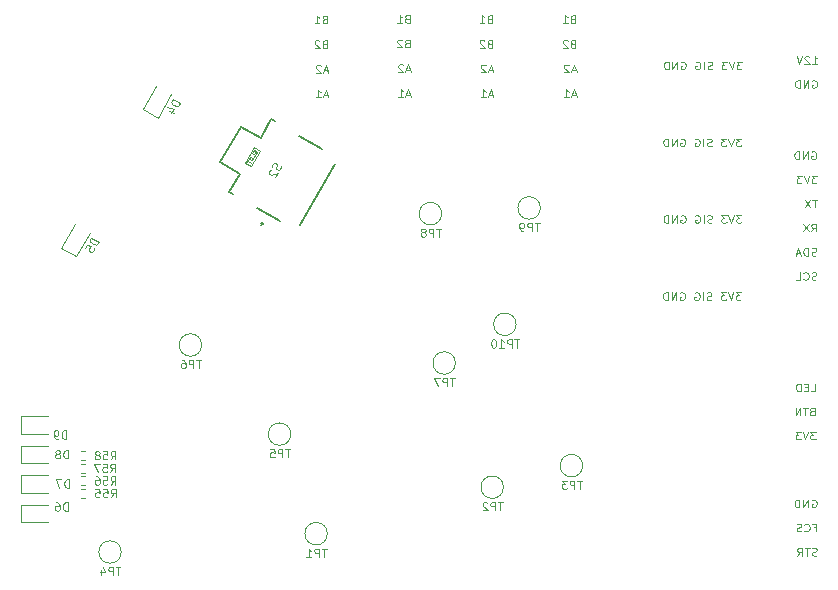
<source format=gbr>
%TF.GenerationSoftware,KiCad,Pcbnew,9.0.0*%
%TF.CreationDate,2025-07-02T21:21:17+02:00*%
%TF.ProjectId,PCK-ST1,50434b2d-5354-4312-9e6b-696361645f70,rev?*%
%TF.SameCoordinates,Original*%
%TF.FileFunction,Legend,Bot*%
%TF.FilePolarity,Positive*%
%FSLAX46Y46*%
G04 Gerber Fmt 4.6, Leading zero omitted, Abs format (unit mm)*
G04 Created by KiCad (PCBNEW 9.0.0) date 2025-07-02 21:21:17*
%MOMM*%
%LPD*%
G01*
G04 APERTURE LIST*
%ADD10C,0.125000*%
%ADD11C,0.120000*%
%ADD12C,0.200000*%
%ADD13C,0.100000*%
%ADD14C,0.050000*%
G04 APERTURE END LIST*
D10*
X185167964Y-93387932D02*
X185501297Y-93387932D01*
X185501297Y-93387932D02*
X185501297Y-92752932D01*
X184934630Y-93055313D02*
X184701297Y-93055313D01*
X184601297Y-93387932D02*
X184934630Y-93387932D01*
X184934630Y-93387932D02*
X184934630Y-92752932D01*
X184934630Y-92752932D02*
X184601297Y-92752932D01*
X184301297Y-93387932D02*
X184301297Y-92752932D01*
X184301297Y-92752932D02*
X184134630Y-92752932D01*
X184134630Y-92752932D02*
X184034630Y-92783170D01*
X184034630Y-92783170D02*
X183967964Y-92843646D01*
X183967964Y-92843646D02*
X183934630Y-92904122D01*
X183934630Y-92904122D02*
X183901297Y-93025074D01*
X183901297Y-93025074D02*
X183901297Y-93115789D01*
X183901297Y-93115789D02*
X183934630Y-93236741D01*
X183934630Y-93236741D02*
X183967964Y-93297217D01*
X183967964Y-93297217D02*
X184034630Y-93357694D01*
X184034630Y-93357694D02*
X184134630Y-93387932D01*
X184134630Y-93387932D02*
X184301297Y-93387932D01*
X185267964Y-95099941D02*
X185167964Y-95130179D01*
X185167964Y-95130179D02*
X185134630Y-95160417D01*
X185134630Y-95160417D02*
X185101297Y-95220893D01*
X185101297Y-95220893D02*
X185101297Y-95311607D01*
X185101297Y-95311607D02*
X185134630Y-95372083D01*
X185134630Y-95372083D02*
X185167964Y-95402322D01*
X185167964Y-95402322D02*
X185234630Y-95432560D01*
X185234630Y-95432560D02*
X185501297Y-95432560D01*
X185501297Y-95432560D02*
X185501297Y-94797560D01*
X185501297Y-94797560D02*
X185267964Y-94797560D01*
X185267964Y-94797560D02*
X185201297Y-94827798D01*
X185201297Y-94827798D02*
X185167964Y-94858036D01*
X185167964Y-94858036D02*
X185134630Y-94918512D01*
X185134630Y-94918512D02*
X185134630Y-94978988D01*
X185134630Y-94978988D02*
X185167964Y-95039464D01*
X185167964Y-95039464D02*
X185201297Y-95069702D01*
X185201297Y-95069702D02*
X185267964Y-95099941D01*
X185267964Y-95099941D02*
X185501297Y-95099941D01*
X184901297Y-94797560D02*
X184501297Y-94797560D01*
X184701297Y-95432560D02*
X184701297Y-94797560D01*
X184267964Y-95432560D02*
X184267964Y-94797560D01*
X184267964Y-94797560D02*
X183867964Y-95432560D01*
X183867964Y-95432560D02*
X183867964Y-94797560D01*
X185567964Y-96842188D02*
X185134630Y-96842188D01*
X185134630Y-96842188D02*
X185367964Y-97084092D01*
X185367964Y-97084092D02*
X185267964Y-97084092D01*
X185267964Y-97084092D02*
X185201297Y-97114330D01*
X185201297Y-97114330D02*
X185167964Y-97144569D01*
X185167964Y-97144569D02*
X185134630Y-97205045D01*
X185134630Y-97205045D02*
X185134630Y-97356235D01*
X185134630Y-97356235D02*
X185167964Y-97416711D01*
X185167964Y-97416711D02*
X185201297Y-97446950D01*
X185201297Y-97446950D02*
X185267964Y-97477188D01*
X185267964Y-97477188D02*
X185467964Y-97477188D01*
X185467964Y-97477188D02*
X185534630Y-97446950D01*
X185534630Y-97446950D02*
X185567964Y-97416711D01*
X184934630Y-96842188D02*
X184701297Y-97477188D01*
X184701297Y-97477188D02*
X184467963Y-96842188D01*
X184301297Y-96842188D02*
X183867963Y-96842188D01*
X183867963Y-96842188D02*
X184101297Y-97084092D01*
X184101297Y-97084092D02*
X184001297Y-97084092D01*
X184001297Y-97084092D02*
X183934630Y-97114330D01*
X183934630Y-97114330D02*
X183901297Y-97144569D01*
X183901297Y-97144569D02*
X183867963Y-97205045D01*
X183867963Y-97205045D02*
X183867963Y-97356235D01*
X183867963Y-97356235D02*
X183901297Y-97416711D01*
X183901297Y-97416711D02*
X183934630Y-97446950D01*
X183934630Y-97446950D02*
X184001297Y-97477188D01*
X184001297Y-97477188D02*
X184201297Y-97477188D01*
X184201297Y-97477188D02*
X184267963Y-97446950D01*
X184267963Y-97446950D02*
X184301297Y-97416711D01*
X179268764Y-72000988D02*
X178835430Y-72000988D01*
X178835430Y-72000988D02*
X179068764Y-72242892D01*
X179068764Y-72242892D02*
X178968764Y-72242892D01*
X178968764Y-72242892D02*
X178902097Y-72273130D01*
X178902097Y-72273130D02*
X178868764Y-72303369D01*
X178868764Y-72303369D02*
X178835430Y-72363845D01*
X178835430Y-72363845D02*
X178835430Y-72515035D01*
X178835430Y-72515035D02*
X178868764Y-72575511D01*
X178868764Y-72575511D02*
X178902097Y-72605750D01*
X178902097Y-72605750D02*
X178968764Y-72635988D01*
X178968764Y-72635988D02*
X179168764Y-72635988D01*
X179168764Y-72635988D02*
X179235430Y-72605750D01*
X179235430Y-72605750D02*
X179268764Y-72575511D01*
X178635430Y-72000988D02*
X178402097Y-72635988D01*
X178402097Y-72635988D02*
X178168763Y-72000988D01*
X178002097Y-72000988D02*
X177568763Y-72000988D01*
X177568763Y-72000988D02*
X177802097Y-72242892D01*
X177802097Y-72242892D02*
X177702097Y-72242892D01*
X177702097Y-72242892D02*
X177635430Y-72273130D01*
X177635430Y-72273130D02*
X177602097Y-72303369D01*
X177602097Y-72303369D02*
X177568763Y-72363845D01*
X177568763Y-72363845D02*
X177568763Y-72515035D01*
X177568763Y-72515035D02*
X177602097Y-72575511D01*
X177602097Y-72575511D02*
X177635430Y-72605750D01*
X177635430Y-72605750D02*
X177702097Y-72635988D01*
X177702097Y-72635988D02*
X177902097Y-72635988D01*
X177902097Y-72635988D02*
X177968763Y-72605750D01*
X177968763Y-72605750D02*
X178002097Y-72575511D01*
X176768763Y-72605750D02*
X176668763Y-72635988D01*
X176668763Y-72635988D02*
X176502097Y-72635988D01*
X176502097Y-72635988D02*
X176435430Y-72605750D01*
X176435430Y-72605750D02*
X176402097Y-72575511D01*
X176402097Y-72575511D02*
X176368763Y-72515035D01*
X176368763Y-72515035D02*
X176368763Y-72454559D01*
X176368763Y-72454559D02*
X176402097Y-72394083D01*
X176402097Y-72394083D02*
X176435430Y-72363845D01*
X176435430Y-72363845D02*
X176502097Y-72333607D01*
X176502097Y-72333607D02*
X176635430Y-72303369D01*
X176635430Y-72303369D02*
X176702097Y-72273130D01*
X176702097Y-72273130D02*
X176735430Y-72242892D01*
X176735430Y-72242892D02*
X176768763Y-72182416D01*
X176768763Y-72182416D02*
X176768763Y-72121940D01*
X176768763Y-72121940D02*
X176735430Y-72061464D01*
X176735430Y-72061464D02*
X176702097Y-72031226D01*
X176702097Y-72031226D02*
X176635430Y-72000988D01*
X176635430Y-72000988D02*
X176468763Y-72000988D01*
X176468763Y-72000988D02*
X176368763Y-72031226D01*
X176068763Y-72635988D02*
X176068763Y-72000988D01*
X175368763Y-72031226D02*
X175435430Y-72000988D01*
X175435430Y-72000988D02*
X175535430Y-72000988D01*
X175535430Y-72000988D02*
X175635430Y-72031226D01*
X175635430Y-72031226D02*
X175702097Y-72091702D01*
X175702097Y-72091702D02*
X175735430Y-72152178D01*
X175735430Y-72152178D02*
X175768763Y-72273130D01*
X175768763Y-72273130D02*
X175768763Y-72363845D01*
X175768763Y-72363845D02*
X175735430Y-72484797D01*
X175735430Y-72484797D02*
X175702097Y-72545273D01*
X175702097Y-72545273D02*
X175635430Y-72605750D01*
X175635430Y-72605750D02*
X175535430Y-72635988D01*
X175535430Y-72635988D02*
X175468763Y-72635988D01*
X175468763Y-72635988D02*
X175368763Y-72605750D01*
X175368763Y-72605750D02*
X175335430Y-72575511D01*
X175335430Y-72575511D02*
X175335430Y-72363845D01*
X175335430Y-72363845D02*
X175468763Y-72363845D01*
X174135430Y-72031226D02*
X174202097Y-72000988D01*
X174202097Y-72000988D02*
X174302097Y-72000988D01*
X174302097Y-72000988D02*
X174402097Y-72031226D01*
X174402097Y-72031226D02*
X174468764Y-72091702D01*
X174468764Y-72091702D02*
X174502097Y-72152178D01*
X174502097Y-72152178D02*
X174535430Y-72273130D01*
X174535430Y-72273130D02*
X174535430Y-72363845D01*
X174535430Y-72363845D02*
X174502097Y-72484797D01*
X174502097Y-72484797D02*
X174468764Y-72545273D01*
X174468764Y-72545273D02*
X174402097Y-72605750D01*
X174402097Y-72605750D02*
X174302097Y-72635988D01*
X174302097Y-72635988D02*
X174235430Y-72635988D01*
X174235430Y-72635988D02*
X174135430Y-72605750D01*
X174135430Y-72605750D02*
X174102097Y-72575511D01*
X174102097Y-72575511D02*
X174102097Y-72363845D01*
X174102097Y-72363845D02*
X174235430Y-72363845D01*
X173802097Y-72635988D02*
X173802097Y-72000988D01*
X173802097Y-72000988D02*
X173402097Y-72635988D01*
X173402097Y-72635988D02*
X173402097Y-72000988D01*
X173068764Y-72635988D02*
X173068764Y-72000988D01*
X173068764Y-72000988D02*
X172902097Y-72000988D01*
X172902097Y-72000988D02*
X172802097Y-72031226D01*
X172802097Y-72031226D02*
X172735431Y-72091702D01*
X172735431Y-72091702D02*
X172702097Y-72152178D01*
X172702097Y-72152178D02*
X172668764Y-72273130D01*
X172668764Y-72273130D02*
X172668764Y-72363845D01*
X172668764Y-72363845D02*
X172702097Y-72484797D01*
X172702097Y-72484797D02*
X172735431Y-72545273D01*
X172735431Y-72545273D02*
X172802097Y-72605750D01*
X172802097Y-72605750D02*
X172902097Y-72635988D01*
X172902097Y-72635988D02*
X173068764Y-72635988D01*
X179319564Y-65498588D02*
X178886230Y-65498588D01*
X178886230Y-65498588D02*
X179119564Y-65740492D01*
X179119564Y-65740492D02*
X179019564Y-65740492D01*
X179019564Y-65740492D02*
X178952897Y-65770730D01*
X178952897Y-65770730D02*
X178919564Y-65800969D01*
X178919564Y-65800969D02*
X178886230Y-65861445D01*
X178886230Y-65861445D02*
X178886230Y-66012635D01*
X178886230Y-66012635D02*
X178919564Y-66073111D01*
X178919564Y-66073111D02*
X178952897Y-66103350D01*
X178952897Y-66103350D02*
X179019564Y-66133588D01*
X179019564Y-66133588D02*
X179219564Y-66133588D01*
X179219564Y-66133588D02*
X179286230Y-66103350D01*
X179286230Y-66103350D02*
X179319564Y-66073111D01*
X178686230Y-65498588D02*
X178452897Y-66133588D01*
X178452897Y-66133588D02*
X178219563Y-65498588D01*
X178052897Y-65498588D02*
X177619563Y-65498588D01*
X177619563Y-65498588D02*
X177852897Y-65740492D01*
X177852897Y-65740492D02*
X177752897Y-65740492D01*
X177752897Y-65740492D02*
X177686230Y-65770730D01*
X177686230Y-65770730D02*
X177652897Y-65800969D01*
X177652897Y-65800969D02*
X177619563Y-65861445D01*
X177619563Y-65861445D02*
X177619563Y-66012635D01*
X177619563Y-66012635D02*
X177652897Y-66073111D01*
X177652897Y-66073111D02*
X177686230Y-66103350D01*
X177686230Y-66103350D02*
X177752897Y-66133588D01*
X177752897Y-66133588D02*
X177952897Y-66133588D01*
X177952897Y-66133588D02*
X178019563Y-66103350D01*
X178019563Y-66103350D02*
X178052897Y-66073111D01*
X176819563Y-66103350D02*
X176719563Y-66133588D01*
X176719563Y-66133588D02*
X176552897Y-66133588D01*
X176552897Y-66133588D02*
X176486230Y-66103350D01*
X176486230Y-66103350D02*
X176452897Y-66073111D01*
X176452897Y-66073111D02*
X176419563Y-66012635D01*
X176419563Y-66012635D02*
X176419563Y-65952159D01*
X176419563Y-65952159D02*
X176452897Y-65891683D01*
X176452897Y-65891683D02*
X176486230Y-65861445D01*
X176486230Y-65861445D02*
X176552897Y-65831207D01*
X176552897Y-65831207D02*
X176686230Y-65800969D01*
X176686230Y-65800969D02*
X176752897Y-65770730D01*
X176752897Y-65770730D02*
X176786230Y-65740492D01*
X176786230Y-65740492D02*
X176819563Y-65680016D01*
X176819563Y-65680016D02*
X176819563Y-65619540D01*
X176819563Y-65619540D02*
X176786230Y-65559064D01*
X176786230Y-65559064D02*
X176752897Y-65528826D01*
X176752897Y-65528826D02*
X176686230Y-65498588D01*
X176686230Y-65498588D02*
X176519563Y-65498588D01*
X176519563Y-65498588D02*
X176419563Y-65528826D01*
X176119563Y-66133588D02*
X176119563Y-65498588D01*
X175419563Y-65528826D02*
X175486230Y-65498588D01*
X175486230Y-65498588D02*
X175586230Y-65498588D01*
X175586230Y-65498588D02*
X175686230Y-65528826D01*
X175686230Y-65528826D02*
X175752897Y-65589302D01*
X175752897Y-65589302D02*
X175786230Y-65649778D01*
X175786230Y-65649778D02*
X175819563Y-65770730D01*
X175819563Y-65770730D02*
X175819563Y-65861445D01*
X175819563Y-65861445D02*
X175786230Y-65982397D01*
X175786230Y-65982397D02*
X175752897Y-66042873D01*
X175752897Y-66042873D02*
X175686230Y-66103350D01*
X175686230Y-66103350D02*
X175586230Y-66133588D01*
X175586230Y-66133588D02*
X175519563Y-66133588D01*
X175519563Y-66133588D02*
X175419563Y-66103350D01*
X175419563Y-66103350D02*
X175386230Y-66073111D01*
X175386230Y-66073111D02*
X175386230Y-65861445D01*
X175386230Y-65861445D02*
X175519563Y-65861445D01*
X174186230Y-65528826D02*
X174252897Y-65498588D01*
X174252897Y-65498588D02*
X174352897Y-65498588D01*
X174352897Y-65498588D02*
X174452897Y-65528826D01*
X174452897Y-65528826D02*
X174519564Y-65589302D01*
X174519564Y-65589302D02*
X174552897Y-65649778D01*
X174552897Y-65649778D02*
X174586230Y-65770730D01*
X174586230Y-65770730D02*
X174586230Y-65861445D01*
X174586230Y-65861445D02*
X174552897Y-65982397D01*
X174552897Y-65982397D02*
X174519564Y-66042873D01*
X174519564Y-66042873D02*
X174452897Y-66103350D01*
X174452897Y-66103350D02*
X174352897Y-66133588D01*
X174352897Y-66133588D02*
X174286230Y-66133588D01*
X174286230Y-66133588D02*
X174186230Y-66103350D01*
X174186230Y-66103350D02*
X174152897Y-66073111D01*
X174152897Y-66073111D02*
X174152897Y-65861445D01*
X174152897Y-65861445D02*
X174286230Y-65861445D01*
X173852897Y-66133588D02*
X173852897Y-65498588D01*
X173852897Y-65498588D02*
X173452897Y-66133588D01*
X173452897Y-66133588D02*
X173452897Y-65498588D01*
X173119564Y-66133588D02*
X173119564Y-65498588D01*
X173119564Y-65498588D02*
X172952897Y-65498588D01*
X172952897Y-65498588D02*
X172852897Y-65528826D01*
X172852897Y-65528826D02*
X172786231Y-65589302D01*
X172786231Y-65589302D02*
X172752897Y-65649778D01*
X172752897Y-65649778D02*
X172719564Y-65770730D01*
X172719564Y-65770730D02*
X172719564Y-65861445D01*
X172719564Y-65861445D02*
X172752897Y-65982397D01*
X172752897Y-65982397D02*
X172786231Y-66042873D01*
X172786231Y-66042873D02*
X172852897Y-66103350D01*
X172852897Y-66103350D02*
X172952897Y-66133588D01*
X172952897Y-66133588D02*
X173119564Y-66133588D01*
X185287030Y-65663760D02*
X185687030Y-65663760D01*
X185487030Y-65663760D02*
X185487030Y-65028760D01*
X185487030Y-65028760D02*
X185553697Y-65119474D01*
X185553697Y-65119474D02*
X185620364Y-65179950D01*
X185620364Y-65179950D02*
X185687030Y-65210188D01*
X185020363Y-65089236D02*
X184987030Y-65058998D01*
X184987030Y-65058998D02*
X184920363Y-65028760D01*
X184920363Y-65028760D02*
X184753697Y-65028760D01*
X184753697Y-65028760D02*
X184687030Y-65058998D01*
X184687030Y-65058998D02*
X184653697Y-65089236D01*
X184653697Y-65089236D02*
X184620363Y-65149712D01*
X184620363Y-65149712D02*
X184620363Y-65210188D01*
X184620363Y-65210188D02*
X184653697Y-65300902D01*
X184653697Y-65300902D02*
X185053697Y-65663760D01*
X185053697Y-65663760D02*
X184620363Y-65663760D01*
X184420363Y-65028760D02*
X184187030Y-65663760D01*
X184187030Y-65663760D02*
X183953696Y-65028760D01*
X185287030Y-67103626D02*
X185353697Y-67073388D01*
X185353697Y-67073388D02*
X185453697Y-67073388D01*
X185453697Y-67073388D02*
X185553697Y-67103626D01*
X185553697Y-67103626D02*
X185620364Y-67164102D01*
X185620364Y-67164102D02*
X185653697Y-67224578D01*
X185653697Y-67224578D02*
X185687030Y-67345530D01*
X185687030Y-67345530D02*
X185687030Y-67436245D01*
X185687030Y-67436245D02*
X185653697Y-67557197D01*
X185653697Y-67557197D02*
X185620364Y-67617673D01*
X185620364Y-67617673D02*
X185553697Y-67678150D01*
X185553697Y-67678150D02*
X185453697Y-67708388D01*
X185453697Y-67708388D02*
X185387030Y-67708388D01*
X185387030Y-67708388D02*
X185287030Y-67678150D01*
X185287030Y-67678150D02*
X185253697Y-67647911D01*
X185253697Y-67647911D02*
X185253697Y-67436245D01*
X185253697Y-67436245D02*
X185387030Y-67436245D01*
X184953697Y-67708388D02*
X184953697Y-67073388D01*
X184953697Y-67073388D02*
X184553697Y-67708388D01*
X184553697Y-67708388D02*
X184553697Y-67073388D01*
X184220364Y-67708388D02*
X184220364Y-67073388D01*
X184220364Y-67073388D02*
X184053697Y-67073388D01*
X184053697Y-67073388D02*
X183953697Y-67103626D01*
X183953697Y-67103626D02*
X183887031Y-67164102D01*
X183887031Y-67164102D02*
X183853697Y-67224578D01*
X183853697Y-67224578D02*
X183820364Y-67345530D01*
X183820364Y-67345530D02*
X183820364Y-67436245D01*
X183820364Y-67436245D02*
X183853697Y-67557197D01*
X183853697Y-67557197D02*
X183887031Y-67617673D01*
X183887031Y-67617673D02*
X183953697Y-67678150D01*
X183953697Y-67678150D02*
X184053697Y-67708388D01*
X184053697Y-67708388D02*
X184220364Y-67708388D01*
X157962964Y-61874692D02*
X157862964Y-61905644D01*
X157862964Y-61905644D02*
X157829630Y-61936596D01*
X157829630Y-61936596D02*
X157796297Y-61998501D01*
X157796297Y-61998501D02*
X157796297Y-62091358D01*
X157796297Y-62091358D02*
X157829630Y-62153263D01*
X157829630Y-62153263D02*
X157862964Y-62184216D01*
X157862964Y-62184216D02*
X157929630Y-62215168D01*
X157929630Y-62215168D02*
X158196297Y-62215168D01*
X158196297Y-62215168D02*
X158196297Y-61565168D01*
X158196297Y-61565168D02*
X157962964Y-61565168D01*
X157962964Y-61565168D02*
X157896297Y-61596120D01*
X157896297Y-61596120D02*
X157862964Y-61627073D01*
X157862964Y-61627073D02*
X157829630Y-61688977D01*
X157829630Y-61688977D02*
X157829630Y-61750882D01*
X157829630Y-61750882D02*
X157862964Y-61812787D01*
X157862964Y-61812787D02*
X157896297Y-61843739D01*
X157896297Y-61843739D02*
X157962964Y-61874692D01*
X157962964Y-61874692D02*
X158196297Y-61874692D01*
X157129630Y-62215168D02*
X157529630Y-62215168D01*
X157329630Y-62215168D02*
X157329630Y-61565168D01*
X157329630Y-61565168D02*
X157396297Y-61658025D01*
X157396297Y-61658025D02*
X157462964Y-61719930D01*
X157462964Y-61719930D02*
X157529630Y-61750882D01*
X157962964Y-63967620D02*
X157862964Y-63998572D01*
X157862964Y-63998572D02*
X157829630Y-64029524D01*
X157829630Y-64029524D02*
X157796297Y-64091429D01*
X157796297Y-64091429D02*
X157796297Y-64184286D01*
X157796297Y-64184286D02*
X157829630Y-64246191D01*
X157829630Y-64246191D02*
X157862964Y-64277144D01*
X157862964Y-64277144D02*
X157929630Y-64308096D01*
X157929630Y-64308096D02*
X158196297Y-64308096D01*
X158196297Y-64308096D02*
X158196297Y-63658096D01*
X158196297Y-63658096D02*
X157962964Y-63658096D01*
X157962964Y-63658096D02*
X157896297Y-63689048D01*
X157896297Y-63689048D02*
X157862964Y-63720001D01*
X157862964Y-63720001D02*
X157829630Y-63781905D01*
X157829630Y-63781905D02*
X157829630Y-63843810D01*
X157829630Y-63843810D02*
X157862964Y-63905715D01*
X157862964Y-63905715D02*
X157896297Y-63936667D01*
X157896297Y-63936667D02*
X157962964Y-63967620D01*
X157962964Y-63967620D02*
X158196297Y-63967620D01*
X157529630Y-63720001D02*
X157496297Y-63689048D01*
X157496297Y-63689048D02*
X157429630Y-63658096D01*
X157429630Y-63658096D02*
X157262964Y-63658096D01*
X157262964Y-63658096D02*
X157196297Y-63689048D01*
X157196297Y-63689048D02*
X157162964Y-63720001D01*
X157162964Y-63720001D02*
X157129630Y-63781905D01*
X157129630Y-63781905D02*
X157129630Y-63843810D01*
X157129630Y-63843810D02*
X157162964Y-63936667D01*
X157162964Y-63936667D02*
X157562964Y-64308096D01*
X157562964Y-64308096D02*
X157129630Y-64308096D01*
X158229630Y-66215310D02*
X157896297Y-66215310D01*
X158296297Y-66401024D02*
X158062964Y-65751024D01*
X158062964Y-65751024D02*
X157829630Y-66401024D01*
X157629630Y-65812929D02*
X157596297Y-65781976D01*
X157596297Y-65781976D02*
X157529630Y-65751024D01*
X157529630Y-65751024D02*
X157362964Y-65751024D01*
X157362964Y-65751024D02*
X157296297Y-65781976D01*
X157296297Y-65781976D02*
X157262964Y-65812929D01*
X157262964Y-65812929D02*
X157229630Y-65874833D01*
X157229630Y-65874833D02*
X157229630Y-65936738D01*
X157229630Y-65936738D02*
X157262964Y-66029595D01*
X157262964Y-66029595D02*
X157662964Y-66401024D01*
X157662964Y-66401024D02*
X157229630Y-66401024D01*
X158229630Y-68308238D02*
X157896297Y-68308238D01*
X158296297Y-68493952D02*
X158062964Y-67843952D01*
X158062964Y-67843952D02*
X157829630Y-68493952D01*
X157229630Y-68493952D02*
X157629630Y-68493952D01*
X157429630Y-68493952D02*
X157429630Y-67843952D01*
X157429630Y-67843952D02*
X157496297Y-67936809D01*
X157496297Y-67936809D02*
X157562964Y-67998714D01*
X157562964Y-67998714D02*
X157629630Y-68029666D01*
X185261630Y-102612970D02*
X185328297Y-102582732D01*
X185328297Y-102582732D02*
X185428297Y-102582732D01*
X185428297Y-102582732D02*
X185528297Y-102612970D01*
X185528297Y-102612970D02*
X185594964Y-102673446D01*
X185594964Y-102673446D02*
X185628297Y-102733922D01*
X185628297Y-102733922D02*
X185661630Y-102854874D01*
X185661630Y-102854874D02*
X185661630Y-102945589D01*
X185661630Y-102945589D02*
X185628297Y-103066541D01*
X185628297Y-103066541D02*
X185594964Y-103127017D01*
X185594964Y-103127017D02*
X185528297Y-103187494D01*
X185528297Y-103187494D02*
X185428297Y-103217732D01*
X185428297Y-103217732D02*
X185361630Y-103217732D01*
X185361630Y-103217732D02*
X185261630Y-103187494D01*
X185261630Y-103187494D02*
X185228297Y-103157255D01*
X185228297Y-103157255D02*
X185228297Y-102945589D01*
X185228297Y-102945589D02*
X185361630Y-102945589D01*
X184928297Y-103217732D02*
X184928297Y-102582732D01*
X184928297Y-102582732D02*
X184528297Y-103217732D01*
X184528297Y-103217732D02*
X184528297Y-102582732D01*
X184194964Y-103217732D02*
X184194964Y-102582732D01*
X184194964Y-102582732D02*
X184028297Y-102582732D01*
X184028297Y-102582732D02*
X183928297Y-102612970D01*
X183928297Y-102612970D02*
X183861631Y-102673446D01*
X183861631Y-102673446D02*
X183828297Y-102733922D01*
X183828297Y-102733922D02*
X183794964Y-102854874D01*
X183794964Y-102854874D02*
X183794964Y-102945589D01*
X183794964Y-102945589D02*
X183828297Y-103066541D01*
X183828297Y-103066541D02*
X183861631Y-103127017D01*
X183861631Y-103127017D02*
X183928297Y-103187494D01*
X183928297Y-103187494D02*
X184028297Y-103217732D01*
X184028297Y-103217732D02*
X184194964Y-103217732D01*
X185394964Y-104929741D02*
X185628297Y-104929741D01*
X185628297Y-105262360D02*
X185628297Y-104627360D01*
X185628297Y-104627360D02*
X185294964Y-104627360D01*
X184628297Y-105201883D02*
X184661630Y-105232122D01*
X184661630Y-105232122D02*
X184761630Y-105262360D01*
X184761630Y-105262360D02*
X184828297Y-105262360D01*
X184828297Y-105262360D02*
X184928297Y-105232122D01*
X184928297Y-105232122D02*
X184994964Y-105171645D01*
X184994964Y-105171645D02*
X185028297Y-105111169D01*
X185028297Y-105111169D02*
X185061630Y-104990217D01*
X185061630Y-104990217D02*
X185061630Y-104899502D01*
X185061630Y-104899502D02*
X185028297Y-104778550D01*
X185028297Y-104778550D02*
X184994964Y-104718074D01*
X184994964Y-104718074D02*
X184928297Y-104657598D01*
X184928297Y-104657598D02*
X184828297Y-104627360D01*
X184828297Y-104627360D02*
X184761630Y-104627360D01*
X184761630Y-104627360D02*
X184661630Y-104657598D01*
X184661630Y-104657598D02*
X184628297Y-104687836D01*
X184361630Y-105232122D02*
X184261630Y-105262360D01*
X184261630Y-105262360D02*
X184094964Y-105262360D01*
X184094964Y-105262360D02*
X184028297Y-105232122D01*
X184028297Y-105232122D02*
X183994964Y-105201883D01*
X183994964Y-105201883D02*
X183961630Y-105141407D01*
X183961630Y-105141407D02*
X183961630Y-105080931D01*
X183961630Y-105080931D02*
X183994964Y-105020455D01*
X183994964Y-105020455D02*
X184028297Y-104990217D01*
X184028297Y-104990217D02*
X184094964Y-104959979D01*
X184094964Y-104959979D02*
X184228297Y-104929741D01*
X184228297Y-104929741D02*
X184294964Y-104899502D01*
X184294964Y-104899502D02*
X184328297Y-104869264D01*
X184328297Y-104869264D02*
X184361630Y-104808788D01*
X184361630Y-104808788D02*
X184361630Y-104748312D01*
X184361630Y-104748312D02*
X184328297Y-104687836D01*
X184328297Y-104687836D02*
X184294964Y-104657598D01*
X184294964Y-104657598D02*
X184228297Y-104627360D01*
X184228297Y-104627360D02*
X184061630Y-104627360D01*
X184061630Y-104627360D02*
X183961630Y-104657598D01*
X185661630Y-107276750D02*
X185561630Y-107306988D01*
X185561630Y-107306988D02*
X185394964Y-107306988D01*
X185394964Y-107306988D02*
X185328297Y-107276750D01*
X185328297Y-107276750D02*
X185294964Y-107246511D01*
X185294964Y-107246511D02*
X185261630Y-107186035D01*
X185261630Y-107186035D02*
X185261630Y-107125559D01*
X185261630Y-107125559D02*
X185294964Y-107065083D01*
X185294964Y-107065083D02*
X185328297Y-107034845D01*
X185328297Y-107034845D02*
X185394964Y-107004607D01*
X185394964Y-107004607D02*
X185528297Y-106974369D01*
X185528297Y-106974369D02*
X185594964Y-106944130D01*
X185594964Y-106944130D02*
X185628297Y-106913892D01*
X185628297Y-106913892D02*
X185661630Y-106853416D01*
X185661630Y-106853416D02*
X185661630Y-106792940D01*
X185661630Y-106792940D02*
X185628297Y-106732464D01*
X185628297Y-106732464D02*
X185594964Y-106702226D01*
X185594964Y-106702226D02*
X185528297Y-106671988D01*
X185528297Y-106671988D02*
X185361630Y-106671988D01*
X185361630Y-106671988D02*
X185261630Y-106702226D01*
X185061630Y-106671988D02*
X184661630Y-106671988D01*
X184861630Y-107306988D02*
X184861630Y-106671988D01*
X184028297Y-107306988D02*
X184261630Y-107004607D01*
X184428297Y-107306988D02*
X184428297Y-106671988D01*
X184428297Y-106671988D02*
X184161630Y-106671988D01*
X184161630Y-106671988D02*
X184094964Y-106702226D01*
X184094964Y-106702226D02*
X184061630Y-106732464D01*
X184061630Y-106732464D02*
X184028297Y-106792940D01*
X184028297Y-106792940D02*
X184028297Y-106883654D01*
X184028297Y-106883654D02*
X184061630Y-106944130D01*
X184061630Y-106944130D02*
X184094964Y-106974369D01*
X184094964Y-106974369D02*
X184161630Y-107004607D01*
X184161630Y-107004607D02*
X184428297Y-107004607D01*
X185236230Y-73130172D02*
X185302897Y-73099934D01*
X185302897Y-73099934D02*
X185402897Y-73099934D01*
X185402897Y-73099934D02*
X185502897Y-73130172D01*
X185502897Y-73130172D02*
X185569564Y-73190648D01*
X185569564Y-73190648D02*
X185602897Y-73251124D01*
X185602897Y-73251124D02*
X185636230Y-73372076D01*
X185636230Y-73372076D02*
X185636230Y-73462791D01*
X185636230Y-73462791D02*
X185602897Y-73583743D01*
X185602897Y-73583743D02*
X185569564Y-73644219D01*
X185569564Y-73644219D02*
X185502897Y-73704696D01*
X185502897Y-73704696D02*
X185402897Y-73734934D01*
X185402897Y-73734934D02*
X185336230Y-73734934D01*
X185336230Y-73734934D02*
X185236230Y-73704696D01*
X185236230Y-73704696D02*
X185202897Y-73674457D01*
X185202897Y-73674457D02*
X185202897Y-73462791D01*
X185202897Y-73462791D02*
X185336230Y-73462791D01*
X184902897Y-73734934D02*
X184902897Y-73099934D01*
X184902897Y-73099934D02*
X184502897Y-73734934D01*
X184502897Y-73734934D02*
X184502897Y-73099934D01*
X184169564Y-73734934D02*
X184169564Y-73099934D01*
X184169564Y-73099934D02*
X184002897Y-73099934D01*
X184002897Y-73099934D02*
X183902897Y-73130172D01*
X183902897Y-73130172D02*
X183836231Y-73190648D01*
X183836231Y-73190648D02*
X183802897Y-73251124D01*
X183802897Y-73251124D02*
X183769564Y-73372076D01*
X183769564Y-73372076D02*
X183769564Y-73462791D01*
X183769564Y-73462791D02*
X183802897Y-73583743D01*
X183802897Y-73583743D02*
X183836231Y-73644219D01*
X183836231Y-73644219D02*
X183902897Y-73704696D01*
X183902897Y-73704696D02*
X184002897Y-73734934D01*
X184002897Y-73734934D02*
X184169564Y-73734934D01*
X185669564Y-75144562D02*
X185236230Y-75144562D01*
X185236230Y-75144562D02*
X185469564Y-75386466D01*
X185469564Y-75386466D02*
X185369564Y-75386466D01*
X185369564Y-75386466D02*
X185302897Y-75416704D01*
X185302897Y-75416704D02*
X185269564Y-75446943D01*
X185269564Y-75446943D02*
X185236230Y-75507419D01*
X185236230Y-75507419D02*
X185236230Y-75658609D01*
X185236230Y-75658609D02*
X185269564Y-75719085D01*
X185269564Y-75719085D02*
X185302897Y-75749324D01*
X185302897Y-75749324D02*
X185369564Y-75779562D01*
X185369564Y-75779562D02*
X185569564Y-75779562D01*
X185569564Y-75779562D02*
X185636230Y-75749324D01*
X185636230Y-75749324D02*
X185669564Y-75719085D01*
X185036230Y-75144562D02*
X184802897Y-75779562D01*
X184802897Y-75779562D02*
X184569563Y-75144562D01*
X184402897Y-75144562D02*
X183969563Y-75144562D01*
X183969563Y-75144562D02*
X184202897Y-75386466D01*
X184202897Y-75386466D02*
X184102897Y-75386466D01*
X184102897Y-75386466D02*
X184036230Y-75416704D01*
X184036230Y-75416704D02*
X184002897Y-75446943D01*
X184002897Y-75446943D02*
X183969563Y-75507419D01*
X183969563Y-75507419D02*
X183969563Y-75658609D01*
X183969563Y-75658609D02*
X184002897Y-75719085D01*
X184002897Y-75719085D02*
X184036230Y-75749324D01*
X184036230Y-75749324D02*
X184102897Y-75779562D01*
X184102897Y-75779562D02*
X184302897Y-75779562D01*
X184302897Y-75779562D02*
X184369563Y-75749324D01*
X184369563Y-75749324D02*
X184402897Y-75719085D01*
X185702897Y-77189190D02*
X185302897Y-77189190D01*
X185502897Y-77824190D02*
X185502897Y-77189190D01*
X185136231Y-77189190D02*
X184669564Y-77824190D01*
X184669564Y-77189190D02*
X185136231Y-77824190D01*
X185202897Y-79868818D02*
X185436230Y-79566437D01*
X185602897Y-79868818D02*
X185602897Y-79233818D01*
X185602897Y-79233818D02*
X185336230Y-79233818D01*
X185336230Y-79233818D02*
X185269564Y-79264056D01*
X185269564Y-79264056D02*
X185236230Y-79294294D01*
X185236230Y-79294294D02*
X185202897Y-79354770D01*
X185202897Y-79354770D02*
X185202897Y-79445484D01*
X185202897Y-79445484D02*
X185236230Y-79505960D01*
X185236230Y-79505960D02*
X185269564Y-79536199D01*
X185269564Y-79536199D02*
X185336230Y-79566437D01*
X185336230Y-79566437D02*
X185602897Y-79566437D01*
X184969564Y-79233818D02*
X184502897Y-79868818D01*
X184502897Y-79233818D02*
X184969564Y-79868818D01*
X185636230Y-81883208D02*
X185536230Y-81913446D01*
X185536230Y-81913446D02*
X185369564Y-81913446D01*
X185369564Y-81913446D02*
X185302897Y-81883208D01*
X185302897Y-81883208D02*
X185269564Y-81852969D01*
X185269564Y-81852969D02*
X185236230Y-81792493D01*
X185236230Y-81792493D02*
X185236230Y-81732017D01*
X185236230Y-81732017D02*
X185269564Y-81671541D01*
X185269564Y-81671541D02*
X185302897Y-81641303D01*
X185302897Y-81641303D02*
X185369564Y-81611065D01*
X185369564Y-81611065D02*
X185502897Y-81580827D01*
X185502897Y-81580827D02*
X185569564Y-81550588D01*
X185569564Y-81550588D02*
X185602897Y-81520350D01*
X185602897Y-81520350D02*
X185636230Y-81459874D01*
X185636230Y-81459874D02*
X185636230Y-81399398D01*
X185636230Y-81399398D02*
X185602897Y-81338922D01*
X185602897Y-81338922D02*
X185569564Y-81308684D01*
X185569564Y-81308684D02*
X185502897Y-81278446D01*
X185502897Y-81278446D02*
X185336230Y-81278446D01*
X185336230Y-81278446D02*
X185236230Y-81308684D01*
X184936230Y-81913446D02*
X184936230Y-81278446D01*
X184936230Y-81278446D02*
X184769563Y-81278446D01*
X184769563Y-81278446D02*
X184669563Y-81308684D01*
X184669563Y-81308684D02*
X184602897Y-81369160D01*
X184602897Y-81369160D02*
X184569563Y-81429636D01*
X184569563Y-81429636D02*
X184536230Y-81550588D01*
X184536230Y-81550588D02*
X184536230Y-81641303D01*
X184536230Y-81641303D02*
X184569563Y-81762255D01*
X184569563Y-81762255D02*
X184602897Y-81822731D01*
X184602897Y-81822731D02*
X184669563Y-81883208D01*
X184669563Y-81883208D02*
X184769563Y-81913446D01*
X184769563Y-81913446D02*
X184936230Y-81913446D01*
X184269563Y-81732017D02*
X183936230Y-81732017D01*
X184336230Y-81913446D02*
X184102897Y-81278446D01*
X184102897Y-81278446D02*
X183869563Y-81913446D01*
X185636230Y-83927836D02*
X185536230Y-83958074D01*
X185536230Y-83958074D02*
X185369564Y-83958074D01*
X185369564Y-83958074D02*
X185302897Y-83927836D01*
X185302897Y-83927836D02*
X185269564Y-83897597D01*
X185269564Y-83897597D02*
X185236230Y-83837121D01*
X185236230Y-83837121D02*
X185236230Y-83776645D01*
X185236230Y-83776645D02*
X185269564Y-83716169D01*
X185269564Y-83716169D02*
X185302897Y-83685931D01*
X185302897Y-83685931D02*
X185369564Y-83655693D01*
X185369564Y-83655693D02*
X185502897Y-83625455D01*
X185502897Y-83625455D02*
X185569564Y-83595216D01*
X185569564Y-83595216D02*
X185602897Y-83564978D01*
X185602897Y-83564978D02*
X185636230Y-83504502D01*
X185636230Y-83504502D02*
X185636230Y-83444026D01*
X185636230Y-83444026D02*
X185602897Y-83383550D01*
X185602897Y-83383550D02*
X185569564Y-83353312D01*
X185569564Y-83353312D02*
X185502897Y-83323074D01*
X185502897Y-83323074D02*
X185336230Y-83323074D01*
X185336230Y-83323074D02*
X185236230Y-83353312D01*
X184536230Y-83897597D02*
X184569563Y-83927836D01*
X184569563Y-83927836D02*
X184669563Y-83958074D01*
X184669563Y-83958074D02*
X184736230Y-83958074D01*
X184736230Y-83958074D02*
X184836230Y-83927836D01*
X184836230Y-83927836D02*
X184902897Y-83867359D01*
X184902897Y-83867359D02*
X184936230Y-83806883D01*
X184936230Y-83806883D02*
X184969563Y-83685931D01*
X184969563Y-83685931D02*
X184969563Y-83595216D01*
X184969563Y-83595216D02*
X184936230Y-83474264D01*
X184936230Y-83474264D02*
X184902897Y-83413788D01*
X184902897Y-83413788D02*
X184836230Y-83353312D01*
X184836230Y-83353312D02*
X184736230Y-83323074D01*
X184736230Y-83323074D02*
X184669563Y-83323074D01*
X184669563Y-83323074D02*
X184569563Y-83353312D01*
X184569563Y-83353312D02*
X184536230Y-83383550D01*
X183902897Y-83958074D02*
X184236230Y-83958074D01*
X184236230Y-83958074D02*
X184236230Y-83323074D01*
X179294164Y-78503388D02*
X178860830Y-78503388D01*
X178860830Y-78503388D02*
X179094164Y-78745292D01*
X179094164Y-78745292D02*
X178994164Y-78745292D01*
X178994164Y-78745292D02*
X178927497Y-78775530D01*
X178927497Y-78775530D02*
X178894164Y-78805769D01*
X178894164Y-78805769D02*
X178860830Y-78866245D01*
X178860830Y-78866245D02*
X178860830Y-79017435D01*
X178860830Y-79017435D02*
X178894164Y-79077911D01*
X178894164Y-79077911D02*
X178927497Y-79108150D01*
X178927497Y-79108150D02*
X178994164Y-79138388D01*
X178994164Y-79138388D02*
X179194164Y-79138388D01*
X179194164Y-79138388D02*
X179260830Y-79108150D01*
X179260830Y-79108150D02*
X179294164Y-79077911D01*
X178660830Y-78503388D02*
X178427497Y-79138388D01*
X178427497Y-79138388D02*
X178194163Y-78503388D01*
X178027497Y-78503388D02*
X177594163Y-78503388D01*
X177594163Y-78503388D02*
X177827497Y-78745292D01*
X177827497Y-78745292D02*
X177727497Y-78745292D01*
X177727497Y-78745292D02*
X177660830Y-78775530D01*
X177660830Y-78775530D02*
X177627497Y-78805769D01*
X177627497Y-78805769D02*
X177594163Y-78866245D01*
X177594163Y-78866245D02*
X177594163Y-79017435D01*
X177594163Y-79017435D02*
X177627497Y-79077911D01*
X177627497Y-79077911D02*
X177660830Y-79108150D01*
X177660830Y-79108150D02*
X177727497Y-79138388D01*
X177727497Y-79138388D02*
X177927497Y-79138388D01*
X177927497Y-79138388D02*
X177994163Y-79108150D01*
X177994163Y-79108150D02*
X178027497Y-79077911D01*
X176794163Y-79108150D02*
X176694163Y-79138388D01*
X176694163Y-79138388D02*
X176527497Y-79138388D01*
X176527497Y-79138388D02*
X176460830Y-79108150D01*
X176460830Y-79108150D02*
X176427497Y-79077911D01*
X176427497Y-79077911D02*
X176394163Y-79017435D01*
X176394163Y-79017435D02*
X176394163Y-78956959D01*
X176394163Y-78956959D02*
X176427497Y-78896483D01*
X176427497Y-78896483D02*
X176460830Y-78866245D01*
X176460830Y-78866245D02*
X176527497Y-78836007D01*
X176527497Y-78836007D02*
X176660830Y-78805769D01*
X176660830Y-78805769D02*
X176727497Y-78775530D01*
X176727497Y-78775530D02*
X176760830Y-78745292D01*
X176760830Y-78745292D02*
X176794163Y-78684816D01*
X176794163Y-78684816D02*
X176794163Y-78624340D01*
X176794163Y-78624340D02*
X176760830Y-78563864D01*
X176760830Y-78563864D02*
X176727497Y-78533626D01*
X176727497Y-78533626D02*
X176660830Y-78503388D01*
X176660830Y-78503388D02*
X176494163Y-78503388D01*
X176494163Y-78503388D02*
X176394163Y-78533626D01*
X176094163Y-79138388D02*
X176094163Y-78503388D01*
X175394163Y-78533626D02*
X175460830Y-78503388D01*
X175460830Y-78503388D02*
X175560830Y-78503388D01*
X175560830Y-78503388D02*
X175660830Y-78533626D01*
X175660830Y-78533626D02*
X175727497Y-78594102D01*
X175727497Y-78594102D02*
X175760830Y-78654578D01*
X175760830Y-78654578D02*
X175794163Y-78775530D01*
X175794163Y-78775530D02*
X175794163Y-78866245D01*
X175794163Y-78866245D02*
X175760830Y-78987197D01*
X175760830Y-78987197D02*
X175727497Y-79047673D01*
X175727497Y-79047673D02*
X175660830Y-79108150D01*
X175660830Y-79108150D02*
X175560830Y-79138388D01*
X175560830Y-79138388D02*
X175494163Y-79138388D01*
X175494163Y-79138388D02*
X175394163Y-79108150D01*
X175394163Y-79108150D02*
X175360830Y-79077911D01*
X175360830Y-79077911D02*
X175360830Y-78866245D01*
X175360830Y-78866245D02*
X175494163Y-78866245D01*
X174160830Y-78533626D02*
X174227497Y-78503388D01*
X174227497Y-78503388D02*
X174327497Y-78503388D01*
X174327497Y-78503388D02*
X174427497Y-78533626D01*
X174427497Y-78533626D02*
X174494164Y-78594102D01*
X174494164Y-78594102D02*
X174527497Y-78654578D01*
X174527497Y-78654578D02*
X174560830Y-78775530D01*
X174560830Y-78775530D02*
X174560830Y-78866245D01*
X174560830Y-78866245D02*
X174527497Y-78987197D01*
X174527497Y-78987197D02*
X174494164Y-79047673D01*
X174494164Y-79047673D02*
X174427497Y-79108150D01*
X174427497Y-79108150D02*
X174327497Y-79138388D01*
X174327497Y-79138388D02*
X174260830Y-79138388D01*
X174260830Y-79138388D02*
X174160830Y-79108150D01*
X174160830Y-79108150D02*
X174127497Y-79077911D01*
X174127497Y-79077911D02*
X174127497Y-78866245D01*
X174127497Y-78866245D02*
X174260830Y-78866245D01*
X173827497Y-79138388D02*
X173827497Y-78503388D01*
X173827497Y-78503388D02*
X173427497Y-79138388D01*
X173427497Y-79138388D02*
X173427497Y-78503388D01*
X173094164Y-79138388D02*
X173094164Y-78503388D01*
X173094164Y-78503388D02*
X172927497Y-78503388D01*
X172927497Y-78503388D02*
X172827497Y-78533626D01*
X172827497Y-78533626D02*
X172760831Y-78594102D01*
X172760831Y-78594102D02*
X172727497Y-78654578D01*
X172727497Y-78654578D02*
X172694164Y-78775530D01*
X172694164Y-78775530D02*
X172694164Y-78866245D01*
X172694164Y-78866245D02*
X172727497Y-78987197D01*
X172727497Y-78987197D02*
X172760831Y-79047673D01*
X172760831Y-79047673D02*
X172827497Y-79108150D01*
X172827497Y-79108150D02*
X172927497Y-79138388D01*
X172927497Y-79138388D02*
X173094164Y-79138388D01*
X179243364Y-85031188D02*
X178810030Y-85031188D01*
X178810030Y-85031188D02*
X179043364Y-85273092D01*
X179043364Y-85273092D02*
X178943364Y-85273092D01*
X178943364Y-85273092D02*
X178876697Y-85303330D01*
X178876697Y-85303330D02*
X178843364Y-85333569D01*
X178843364Y-85333569D02*
X178810030Y-85394045D01*
X178810030Y-85394045D02*
X178810030Y-85545235D01*
X178810030Y-85545235D02*
X178843364Y-85605711D01*
X178843364Y-85605711D02*
X178876697Y-85635950D01*
X178876697Y-85635950D02*
X178943364Y-85666188D01*
X178943364Y-85666188D02*
X179143364Y-85666188D01*
X179143364Y-85666188D02*
X179210030Y-85635950D01*
X179210030Y-85635950D02*
X179243364Y-85605711D01*
X178610030Y-85031188D02*
X178376697Y-85666188D01*
X178376697Y-85666188D02*
X178143363Y-85031188D01*
X177976697Y-85031188D02*
X177543363Y-85031188D01*
X177543363Y-85031188D02*
X177776697Y-85273092D01*
X177776697Y-85273092D02*
X177676697Y-85273092D01*
X177676697Y-85273092D02*
X177610030Y-85303330D01*
X177610030Y-85303330D02*
X177576697Y-85333569D01*
X177576697Y-85333569D02*
X177543363Y-85394045D01*
X177543363Y-85394045D02*
X177543363Y-85545235D01*
X177543363Y-85545235D02*
X177576697Y-85605711D01*
X177576697Y-85605711D02*
X177610030Y-85635950D01*
X177610030Y-85635950D02*
X177676697Y-85666188D01*
X177676697Y-85666188D02*
X177876697Y-85666188D01*
X177876697Y-85666188D02*
X177943363Y-85635950D01*
X177943363Y-85635950D02*
X177976697Y-85605711D01*
X176743363Y-85635950D02*
X176643363Y-85666188D01*
X176643363Y-85666188D02*
X176476697Y-85666188D01*
X176476697Y-85666188D02*
X176410030Y-85635950D01*
X176410030Y-85635950D02*
X176376697Y-85605711D01*
X176376697Y-85605711D02*
X176343363Y-85545235D01*
X176343363Y-85545235D02*
X176343363Y-85484759D01*
X176343363Y-85484759D02*
X176376697Y-85424283D01*
X176376697Y-85424283D02*
X176410030Y-85394045D01*
X176410030Y-85394045D02*
X176476697Y-85363807D01*
X176476697Y-85363807D02*
X176610030Y-85333569D01*
X176610030Y-85333569D02*
X176676697Y-85303330D01*
X176676697Y-85303330D02*
X176710030Y-85273092D01*
X176710030Y-85273092D02*
X176743363Y-85212616D01*
X176743363Y-85212616D02*
X176743363Y-85152140D01*
X176743363Y-85152140D02*
X176710030Y-85091664D01*
X176710030Y-85091664D02*
X176676697Y-85061426D01*
X176676697Y-85061426D02*
X176610030Y-85031188D01*
X176610030Y-85031188D02*
X176443363Y-85031188D01*
X176443363Y-85031188D02*
X176343363Y-85061426D01*
X176043363Y-85666188D02*
X176043363Y-85031188D01*
X175343363Y-85061426D02*
X175410030Y-85031188D01*
X175410030Y-85031188D02*
X175510030Y-85031188D01*
X175510030Y-85031188D02*
X175610030Y-85061426D01*
X175610030Y-85061426D02*
X175676697Y-85121902D01*
X175676697Y-85121902D02*
X175710030Y-85182378D01*
X175710030Y-85182378D02*
X175743363Y-85303330D01*
X175743363Y-85303330D02*
X175743363Y-85394045D01*
X175743363Y-85394045D02*
X175710030Y-85514997D01*
X175710030Y-85514997D02*
X175676697Y-85575473D01*
X175676697Y-85575473D02*
X175610030Y-85635950D01*
X175610030Y-85635950D02*
X175510030Y-85666188D01*
X175510030Y-85666188D02*
X175443363Y-85666188D01*
X175443363Y-85666188D02*
X175343363Y-85635950D01*
X175343363Y-85635950D02*
X175310030Y-85605711D01*
X175310030Y-85605711D02*
X175310030Y-85394045D01*
X175310030Y-85394045D02*
X175443363Y-85394045D01*
X174110030Y-85061426D02*
X174176697Y-85031188D01*
X174176697Y-85031188D02*
X174276697Y-85031188D01*
X174276697Y-85031188D02*
X174376697Y-85061426D01*
X174376697Y-85061426D02*
X174443364Y-85121902D01*
X174443364Y-85121902D02*
X174476697Y-85182378D01*
X174476697Y-85182378D02*
X174510030Y-85303330D01*
X174510030Y-85303330D02*
X174510030Y-85394045D01*
X174510030Y-85394045D02*
X174476697Y-85514997D01*
X174476697Y-85514997D02*
X174443364Y-85575473D01*
X174443364Y-85575473D02*
X174376697Y-85635950D01*
X174376697Y-85635950D02*
X174276697Y-85666188D01*
X174276697Y-85666188D02*
X174210030Y-85666188D01*
X174210030Y-85666188D02*
X174110030Y-85635950D01*
X174110030Y-85635950D02*
X174076697Y-85605711D01*
X174076697Y-85605711D02*
X174076697Y-85394045D01*
X174076697Y-85394045D02*
X174210030Y-85394045D01*
X173776697Y-85666188D02*
X173776697Y-85031188D01*
X173776697Y-85031188D02*
X173376697Y-85666188D01*
X173376697Y-85666188D02*
X173376697Y-85031188D01*
X173043364Y-85666188D02*
X173043364Y-85031188D01*
X173043364Y-85031188D02*
X172876697Y-85031188D01*
X172876697Y-85031188D02*
X172776697Y-85061426D01*
X172776697Y-85061426D02*
X172710031Y-85121902D01*
X172710031Y-85121902D02*
X172676697Y-85182378D01*
X172676697Y-85182378D02*
X172643364Y-85303330D01*
X172643364Y-85303330D02*
X172643364Y-85394045D01*
X172643364Y-85394045D02*
X172676697Y-85514997D01*
X172676697Y-85514997D02*
X172710031Y-85575473D01*
X172710031Y-85575473D02*
X172776697Y-85635950D01*
X172776697Y-85635950D02*
X172876697Y-85666188D01*
X172876697Y-85666188D02*
X173043364Y-85666188D01*
X164998764Y-61874692D02*
X164898764Y-61905644D01*
X164898764Y-61905644D02*
X164865430Y-61936596D01*
X164865430Y-61936596D02*
X164832097Y-61998501D01*
X164832097Y-61998501D02*
X164832097Y-62091358D01*
X164832097Y-62091358D02*
X164865430Y-62153263D01*
X164865430Y-62153263D02*
X164898764Y-62184216D01*
X164898764Y-62184216D02*
X164965430Y-62215168D01*
X164965430Y-62215168D02*
X165232097Y-62215168D01*
X165232097Y-62215168D02*
X165232097Y-61565168D01*
X165232097Y-61565168D02*
X164998764Y-61565168D01*
X164998764Y-61565168D02*
X164932097Y-61596120D01*
X164932097Y-61596120D02*
X164898764Y-61627073D01*
X164898764Y-61627073D02*
X164865430Y-61688977D01*
X164865430Y-61688977D02*
X164865430Y-61750882D01*
X164865430Y-61750882D02*
X164898764Y-61812787D01*
X164898764Y-61812787D02*
X164932097Y-61843739D01*
X164932097Y-61843739D02*
X164998764Y-61874692D01*
X164998764Y-61874692D02*
X165232097Y-61874692D01*
X164165430Y-62215168D02*
X164565430Y-62215168D01*
X164365430Y-62215168D02*
X164365430Y-61565168D01*
X164365430Y-61565168D02*
X164432097Y-61658025D01*
X164432097Y-61658025D02*
X164498764Y-61719930D01*
X164498764Y-61719930D02*
X164565430Y-61750882D01*
X164998764Y-63967620D02*
X164898764Y-63998572D01*
X164898764Y-63998572D02*
X164865430Y-64029524D01*
X164865430Y-64029524D02*
X164832097Y-64091429D01*
X164832097Y-64091429D02*
X164832097Y-64184286D01*
X164832097Y-64184286D02*
X164865430Y-64246191D01*
X164865430Y-64246191D02*
X164898764Y-64277144D01*
X164898764Y-64277144D02*
X164965430Y-64308096D01*
X164965430Y-64308096D02*
X165232097Y-64308096D01*
X165232097Y-64308096D02*
X165232097Y-63658096D01*
X165232097Y-63658096D02*
X164998764Y-63658096D01*
X164998764Y-63658096D02*
X164932097Y-63689048D01*
X164932097Y-63689048D02*
X164898764Y-63720001D01*
X164898764Y-63720001D02*
X164865430Y-63781905D01*
X164865430Y-63781905D02*
X164865430Y-63843810D01*
X164865430Y-63843810D02*
X164898764Y-63905715D01*
X164898764Y-63905715D02*
X164932097Y-63936667D01*
X164932097Y-63936667D02*
X164998764Y-63967620D01*
X164998764Y-63967620D02*
X165232097Y-63967620D01*
X164565430Y-63720001D02*
X164532097Y-63689048D01*
X164532097Y-63689048D02*
X164465430Y-63658096D01*
X164465430Y-63658096D02*
X164298764Y-63658096D01*
X164298764Y-63658096D02*
X164232097Y-63689048D01*
X164232097Y-63689048D02*
X164198764Y-63720001D01*
X164198764Y-63720001D02*
X164165430Y-63781905D01*
X164165430Y-63781905D02*
X164165430Y-63843810D01*
X164165430Y-63843810D02*
X164198764Y-63936667D01*
X164198764Y-63936667D02*
X164598764Y-64308096D01*
X164598764Y-64308096D02*
X164165430Y-64308096D01*
X165265430Y-66215310D02*
X164932097Y-66215310D01*
X165332097Y-66401024D02*
X165098764Y-65751024D01*
X165098764Y-65751024D02*
X164865430Y-66401024D01*
X164665430Y-65812929D02*
X164632097Y-65781976D01*
X164632097Y-65781976D02*
X164565430Y-65751024D01*
X164565430Y-65751024D02*
X164398764Y-65751024D01*
X164398764Y-65751024D02*
X164332097Y-65781976D01*
X164332097Y-65781976D02*
X164298764Y-65812929D01*
X164298764Y-65812929D02*
X164265430Y-65874833D01*
X164265430Y-65874833D02*
X164265430Y-65936738D01*
X164265430Y-65936738D02*
X164298764Y-66029595D01*
X164298764Y-66029595D02*
X164698764Y-66401024D01*
X164698764Y-66401024D02*
X164265430Y-66401024D01*
X165265430Y-68308238D02*
X164932097Y-68308238D01*
X165332097Y-68493952D02*
X165098764Y-67843952D01*
X165098764Y-67843952D02*
X164865430Y-68493952D01*
X164265430Y-68493952D02*
X164665430Y-68493952D01*
X164465430Y-68493952D02*
X164465430Y-67843952D01*
X164465430Y-67843952D02*
X164532097Y-67936809D01*
X164532097Y-67936809D02*
X164598764Y-67998714D01*
X164598764Y-67998714D02*
X164665430Y-68029666D01*
X150977964Y-61849292D02*
X150877964Y-61880244D01*
X150877964Y-61880244D02*
X150844630Y-61911196D01*
X150844630Y-61911196D02*
X150811297Y-61973101D01*
X150811297Y-61973101D02*
X150811297Y-62065958D01*
X150811297Y-62065958D02*
X150844630Y-62127863D01*
X150844630Y-62127863D02*
X150877964Y-62158816D01*
X150877964Y-62158816D02*
X150944630Y-62189768D01*
X150944630Y-62189768D02*
X151211297Y-62189768D01*
X151211297Y-62189768D02*
X151211297Y-61539768D01*
X151211297Y-61539768D02*
X150977964Y-61539768D01*
X150977964Y-61539768D02*
X150911297Y-61570720D01*
X150911297Y-61570720D02*
X150877964Y-61601673D01*
X150877964Y-61601673D02*
X150844630Y-61663577D01*
X150844630Y-61663577D02*
X150844630Y-61725482D01*
X150844630Y-61725482D02*
X150877964Y-61787387D01*
X150877964Y-61787387D02*
X150911297Y-61818339D01*
X150911297Y-61818339D02*
X150977964Y-61849292D01*
X150977964Y-61849292D02*
X151211297Y-61849292D01*
X150144630Y-62189768D02*
X150544630Y-62189768D01*
X150344630Y-62189768D02*
X150344630Y-61539768D01*
X150344630Y-61539768D02*
X150411297Y-61632625D01*
X150411297Y-61632625D02*
X150477964Y-61694530D01*
X150477964Y-61694530D02*
X150544630Y-61725482D01*
X150977964Y-63942220D02*
X150877964Y-63973172D01*
X150877964Y-63973172D02*
X150844630Y-64004124D01*
X150844630Y-64004124D02*
X150811297Y-64066029D01*
X150811297Y-64066029D02*
X150811297Y-64158886D01*
X150811297Y-64158886D02*
X150844630Y-64220791D01*
X150844630Y-64220791D02*
X150877964Y-64251744D01*
X150877964Y-64251744D02*
X150944630Y-64282696D01*
X150944630Y-64282696D02*
X151211297Y-64282696D01*
X151211297Y-64282696D02*
X151211297Y-63632696D01*
X151211297Y-63632696D02*
X150977964Y-63632696D01*
X150977964Y-63632696D02*
X150911297Y-63663648D01*
X150911297Y-63663648D02*
X150877964Y-63694601D01*
X150877964Y-63694601D02*
X150844630Y-63756505D01*
X150844630Y-63756505D02*
X150844630Y-63818410D01*
X150844630Y-63818410D02*
X150877964Y-63880315D01*
X150877964Y-63880315D02*
X150911297Y-63911267D01*
X150911297Y-63911267D02*
X150977964Y-63942220D01*
X150977964Y-63942220D02*
X151211297Y-63942220D01*
X150544630Y-63694601D02*
X150511297Y-63663648D01*
X150511297Y-63663648D02*
X150444630Y-63632696D01*
X150444630Y-63632696D02*
X150277964Y-63632696D01*
X150277964Y-63632696D02*
X150211297Y-63663648D01*
X150211297Y-63663648D02*
X150177964Y-63694601D01*
X150177964Y-63694601D02*
X150144630Y-63756505D01*
X150144630Y-63756505D02*
X150144630Y-63818410D01*
X150144630Y-63818410D02*
X150177964Y-63911267D01*
X150177964Y-63911267D02*
X150577964Y-64282696D01*
X150577964Y-64282696D02*
X150144630Y-64282696D01*
X151244630Y-66189910D02*
X150911297Y-66189910D01*
X151311297Y-66375624D02*
X151077964Y-65725624D01*
X151077964Y-65725624D02*
X150844630Y-66375624D01*
X150644630Y-65787529D02*
X150611297Y-65756576D01*
X150611297Y-65756576D02*
X150544630Y-65725624D01*
X150544630Y-65725624D02*
X150377964Y-65725624D01*
X150377964Y-65725624D02*
X150311297Y-65756576D01*
X150311297Y-65756576D02*
X150277964Y-65787529D01*
X150277964Y-65787529D02*
X150244630Y-65849433D01*
X150244630Y-65849433D02*
X150244630Y-65911338D01*
X150244630Y-65911338D02*
X150277964Y-66004195D01*
X150277964Y-66004195D02*
X150677964Y-66375624D01*
X150677964Y-66375624D02*
X150244630Y-66375624D01*
X151244630Y-68282838D02*
X150911297Y-68282838D01*
X151311297Y-68468552D02*
X151077964Y-67818552D01*
X151077964Y-67818552D02*
X150844630Y-68468552D01*
X150244630Y-68468552D02*
X150644630Y-68468552D01*
X150444630Y-68468552D02*
X150444630Y-67818552D01*
X150444630Y-67818552D02*
X150511297Y-67911409D01*
X150511297Y-67911409D02*
X150577964Y-67973314D01*
X150577964Y-67973314D02*
X150644630Y-68004266D01*
X143992964Y-61900092D02*
X143892964Y-61931044D01*
X143892964Y-61931044D02*
X143859630Y-61961996D01*
X143859630Y-61961996D02*
X143826297Y-62023901D01*
X143826297Y-62023901D02*
X143826297Y-62116758D01*
X143826297Y-62116758D02*
X143859630Y-62178663D01*
X143859630Y-62178663D02*
X143892964Y-62209616D01*
X143892964Y-62209616D02*
X143959630Y-62240568D01*
X143959630Y-62240568D02*
X144226297Y-62240568D01*
X144226297Y-62240568D02*
X144226297Y-61590568D01*
X144226297Y-61590568D02*
X143992964Y-61590568D01*
X143992964Y-61590568D02*
X143926297Y-61621520D01*
X143926297Y-61621520D02*
X143892964Y-61652473D01*
X143892964Y-61652473D02*
X143859630Y-61714377D01*
X143859630Y-61714377D02*
X143859630Y-61776282D01*
X143859630Y-61776282D02*
X143892964Y-61838187D01*
X143892964Y-61838187D02*
X143926297Y-61869139D01*
X143926297Y-61869139D02*
X143992964Y-61900092D01*
X143992964Y-61900092D02*
X144226297Y-61900092D01*
X143159630Y-62240568D02*
X143559630Y-62240568D01*
X143359630Y-62240568D02*
X143359630Y-61590568D01*
X143359630Y-61590568D02*
X143426297Y-61683425D01*
X143426297Y-61683425D02*
X143492964Y-61745330D01*
X143492964Y-61745330D02*
X143559630Y-61776282D01*
X143992964Y-63993020D02*
X143892964Y-64023972D01*
X143892964Y-64023972D02*
X143859630Y-64054924D01*
X143859630Y-64054924D02*
X143826297Y-64116829D01*
X143826297Y-64116829D02*
X143826297Y-64209686D01*
X143826297Y-64209686D02*
X143859630Y-64271591D01*
X143859630Y-64271591D02*
X143892964Y-64302544D01*
X143892964Y-64302544D02*
X143959630Y-64333496D01*
X143959630Y-64333496D02*
X144226297Y-64333496D01*
X144226297Y-64333496D02*
X144226297Y-63683496D01*
X144226297Y-63683496D02*
X143992964Y-63683496D01*
X143992964Y-63683496D02*
X143926297Y-63714448D01*
X143926297Y-63714448D02*
X143892964Y-63745401D01*
X143892964Y-63745401D02*
X143859630Y-63807305D01*
X143859630Y-63807305D02*
X143859630Y-63869210D01*
X143859630Y-63869210D02*
X143892964Y-63931115D01*
X143892964Y-63931115D02*
X143926297Y-63962067D01*
X143926297Y-63962067D02*
X143992964Y-63993020D01*
X143992964Y-63993020D02*
X144226297Y-63993020D01*
X143559630Y-63745401D02*
X143526297Y-63714448D01*
X143526297Y-63714448D02*
X143459630Y-63683496D01*
X143459630Y-63683496D02*
X143292964Y-63683496D01*
X143292964Y-63683496D02*
X143226297Y-63714448D01*
X143226297Y-63714448D02*
X143192964Y-63745401D01*
X143192964Y-63745401D02*
X143159630Y-63807305D01*
X143159630Y-63807305D02*
X143159630Y-63869210D01*
X143159630Y-63869210D02*
X143192964Y-63962067D01*
X143192964Y-63962067D02*
X143592964Y-64333496D01*
X143592964Y-64333496D02*
X143159630Y-64333496D01*
X144259630Y-66240710D02*
X143926297Y-66240710D01*
X144326297Y-66426424D02*
X144092964Y-65776424D01*
X144092964Y-65776424D02*
X143859630Y-66426424D01*
X143659630Y-65838329D02*
X143626297Y-65807376D01*
X143626297Y-65807376D02*
X143559630Y-65776424D01*
X143559630Y-65776424D02*
X143392964Y-65776424D01*
X143392964Y-65776424D02*
X143326297Y-65807376D01*
X143326297Y-65807376D02*
X143292964Y-65838329D01*
X143292964Y-65838329D02*
X143259630Y-65900233D01*
X143259630Y-65900233D02*
X143259630Y-65962138D01*
X143259630Y-65962138D02*
X143292964Y-66054995D01*
X143292964Y-66054995D02*
X143692964Y-66426424D01*
X143692964Y-66426424D02*
X143259630Y-66426424D01*
X144259630Y-68333638D02*
X143926297Y-68333638D01*
X144326297Y-68519352D02*
X144092964Y-67869352D01*
X144092964Y-67869352D02*
X143859630Y-68519352D01*
X143259630Y-68519352D02*
X143659630Y-68519352D01*
X143459630Y-68519352D02*
X143459630Y-67869352D01*
X143459630Y-67869352D02*
X143526297Y-67962209D01*
X143526297Y-67962209D02*
X143592964Y-68024114D01*
X143592964Y-68024114D02*
X143659630Y-68055066D01*
X125877200Y-101307733D02*
X126110533Y-100974400D01*
X126277200Y-101307733D02*
X126277200Y-100607733D01*
X126277200Y-100607733D02*
X126010533Y-100607733D01*
X126010533Y-100607733D02*
X125943867Y-100641066D01*
X125943867Y-100641066D02*
X125910533Y-100674400D01*
X125910533Y-100674400D02*
X125877200Y-100741066D01*
X125877200Y-100741066D02*
X125877200Y-100841066D01*
X125877200Y-100841066D02*
X125910533Y-100907733D01*
X125910533Y-100907733D02*
X125943867Y-100941066D01*
X125943867Y-100941066D02*
X126010533Y-100974400D01*
X126010533Y-100974400D02*
X126277200Y-100974400D01*
X125243867Y-100607733D02*
X125577200Y-100607733D01*
X125577200Y-100607733D02*
X125610533Y-100941066D01*
X125610533Y-100941066D02*
X125577200Y-100907733D01*
X125577200Y-100907733D02*
X125510533Y-100874400D01*
X125510533Y-100874400D02*
X125343867Y-100874400D01*
X125343867Y-100874400D02*
X125277200Y-100907733D01*
X125277200Y-100907733D02*
X125243867Y-100941066D01*
X125243867Y-100941066D02*
X125210533Y-101007733D01*
X125210533Y-101007733D02*
X125210533Y-101174400D01*
X125210533Y-101174400D02*
X125243867Y-101241066D01*
X125243867Y-101241066D02*
X125277200Y-101274400D01*
X125277200Y-101274400D02*
X125343867Y-101307733D01*
X125343867Y-101307733D02*
X125510533Y-101307733D01*
X125510533Y-101307733D02*
X125577200Y-101274400D01*
X125577200Y-101274400D02*
X125610533Y-101241066D01*
X124610533Y-100607733D02*
X124743866Y-100607733D01*
X124743866Y-100607733D02*
X124810533Y-100641066D01*
X124810533Y-100641066D02*
X124843866Y-100674400D01*
X124843866Y-100674400D02*
X124910533Y-100774400D01*
X124910533Y-100774400D02*
X124943866Y-100907733D01*
X124943866Y-100907733D02*
X124943866Y-101174400D01*
X124943866Y-101174400D02*
X124910533Y-101241066D01*
X124910533Y-101241066D02*
X124877200Y-101274400D01*
X124877200Y-101274400D02*
X124810533Y-101307733D01*
X124810533Y-101307733D02*
X124677200Y-101307733D01*
X124677200Y-101307733D02*
X124610533Y-101274400D01*
X124610533Y-101274400D02*
X124577200Y-101241066D01*
X124577200Y-101241066D02*
X124543866Y-101174400D01*
X124543866Y-101174400D02*
X124543866Y-101007733D01*
X124543866Y-101007733D02*
X124577200Y-100941066D01*
X124577200Y-100941066D02*
X124610533Y-100907733D01*
X124610533Y-100907733D02*
X124677200Y-100874400D01*
X124677200Y-100874400D02*
X124810533Y-100874400D01*
X124810533Y-100874400D02*
X124877200Y-100907733D01*
X124877200Y-100907733D02*
X124910533Y-100941066D01*
X124910533Y-100941066D02*
X124943866Y-101007733D01*
X165780133Y-100960333D02*
X165380133Y-100960333D01*
X165580133Y-101660333D02*
X165580133Y-100960333D01*
X165146800Y-101660333D02*
X165146800Y-100960333D01*
X165146800Y-100960333D02*
X164880133Y-100960333D01*
X164880133Y-100960333D02*
X164813467Y-100993666D01*
X164813467Y-100993666D02*
X164780133Y-101027000D01*
X164780133Y-101027000D02*
X164746800Y-101093666D01*
X164746800Y-101093666D02*
X164746800Y-101193666D01*
X164746800Y-101193666D02*
X164780133Y-101260333D01*
X164780133Y-101260333D02*
X164813467Y-101293666D01*
X164813467Y-101293666D02*
X164880133Y-101327000D01*
X164880133Y-101327000D02*
X165146800Y-101327000D01*
X164513467Y-100960333D02*
X164080133Y-100960333D01*
X164080133Y-100960333D02*
X164313467Y-101227000D01*
X164313467Y-101227000D02*
X164213467Y-101227000D01*
X164213467Y-101227000D02*
X164146800Y-101260333D01*
X164146800Y-101260333D02*
X164113467Y-101293666D01*
X164113467Y-101293666D02*
X164080133Y-101360333D01*
X164080133Y-101360333D02*
X164080133Y-101527000D01*
X164080133Y-101527000D02*
X164113467Y-101593666D01*
X164113467Y-101593666D02*
X164146800Y-101627000D01*
X164146800Y-101627000D02*
X164213467Y-101660333D01*
X164213467Y-101660333D02*
X164413467Y-101660333D01*
X164413467Y-101660333D02*
X164480133Y-101627000D01*
X164480133Y-101627000D02*
X164513467Y-101593666D01*
X125877200Y-99174133D02*
X126110533Y-98840800D01*
X126277200Y-99174133D02*
X126277200Y-98474133D01*
X126277200Y-98474133D02*
X126010533Y-98474133D01*
X126010533Y-98474133D02*
X125943867Y-98507466D01*
X125943867Y-98507466D02*
X125910533Y-98540800D01*
X125910533Y-98540800D02*
X125877200Y-98607466D01*
X125877200Y-98607466D02*
X125877200Y-98707466D01*
X125877200Y-98707466D02*
X125910533Y-98774133D01*
X125910533Y-98774133D02*
X125943867Y-98807466D01*
X125943867Y-98807466D02*
X126010533Y-98840800D01*
X126010533Y-98840800D02*
X126277200Y-98840800D01*
X125243867Y-98474133D02*
X125577200Y-98474133D01*
X125577200Y-98474133D02*
X125610533Y-98807466D01*
X125610533Y-98807466D02*
X125577200Y-98774133D01*
X125577200Y-98774133D02*
X125510533Y-98740800D01*
X125510533Y-98740800D02*
X125343867Y-98740800D01*
X125343867Y-98740800D02*
X125277200Y-98774133D01*
X125277200Y-98774133D02*
X125243867Y-98807466D01*
X125243867Y-98807466D02*
X125210533Y-98874133D01*
X125210533Y-98874133D02*
X125210533Y-99040800D01*
X125210533Y-99040800D02*
X125243867Y-99107466D01*
X125243867Y-99107466D02*
X125277200Y-99140800D01*
X125277200Y-99140800D02*
X125343867Y-99174133D01*
X125343867Y-99174133D02*
X125510533Y-99174133D01*
X125510533Y-99174133D02*
X125577200Y-99140800D01*
X125577200Y-99140800D02*
X125610533Y-99107466D01*
X124810533Y-98774133D02*
X124877200Y-98740800D01*
X124877200Y-98740800D02*
X124910533Y-98707466D01*
X124910533Y-98707466D02*
X124943866Y-98640800D01*
X124943866Y-98640800D02*
X124943866Y-98607466D01*
X124943866Y-98607466D02*
X124910533Y-98540800D01*
X124910533Y-98540800D02*
X124877200Y-98507466D01*
X124877200Y-98507466D02*
X124810533Y-98474133D01*
X124810533Y-98474133D02*
X124677200Y-98474133D01*
X124677200Y-98474133D02*
X124610533Y-98507466D01*
X124610533Y-98507466D02*
X124577200Y-98540800D01*
X124577200Y-98540800D02*
X124543866Y-98607466D01*
X124543866Y-98607466D02*
X124543866Y-98640800D01*
X124543866Y-98640800D02*
X124577200Y-98707466D01*
X124577200Y-98707466D02*
X124610533Y-98740800D01*
X124610533Y-98740800D02*
X124677200Y-98774133D01*
X124677200Y-98774133D02*
X124810533Y-98774133D01*
X124810533Y-98774133D02*
X124877200Y-98807466D01*
X124877200Y-98807466D02*
X124910533Y-98840800D01*
X124910533Y-98840800D02*
X124943866Y-98907466D01*
X124943866Y-98907466D02*
X124943866Y-99040800D01*
X124943866Y-99040800D02*
X124910533Y-99107466D01*
X124910533Y-99107466D02*
X124877200Y-99140800D01*
X124877200Y-99140800D02*
X124810533Y-99174133D01*
X124810533Y-99174133D02*
X124677200Y-99174133D01*
X124677200Y-99174133D02*
X124610533Y-99140800D01*
X124610533Y-99140800D02*
X124577200Y-99107466D01*
X124577200Y-99107466D02*
X124543866Y-99040800D01*
X124543866Y-99040800D02*
X124543866Y-98907466D01*
X124543866Y-98907466D02*
X124577200Y-98840800D01*
X124577200Y-98840800D02*
X124610533Y-98807466D01*
X124610533Y-98807466D02*
X124677200Y-98774133D01*
X125900600Y-102374533D02*
X126133933Y-102041200D01*
X126300600Y-102374533D02*
X126300600Y-101674533D01*
X126300600Y-101674533D02*
X126033933Y-101674533D01*
X126033933Y-101674533D02*
X125967267Y-101707866D01*
X125967267Y-101707866D02*
X125933933Y-101741200D01*
X125933933Y-101741200D02*
X125900600Y-101807866D01*
X125900600Y-101807866D02*
X125900600Y-101907866D01*
X125900600Y-101907866D02*
X125933933Y-101974533D01*
X125933933Y-101974533D02*
X125967267Y-102007866D01*
X125967267Y-102007866D02*
X126033933Y-102041200D01*
X126033933Y-102041200D02*
X126300600Y-102041200D01*
X125267267Y-101674533D02*
X125600600Y-101674533D01*
X125600600Y-101674533D02*
X125633933Y-102007866D01*
X125633933Y-102007866D02*
X125600600Y-101974533D01*
X125600600Y-101974533D02*
X125533933Y-101941200D01*
X125533933Y-101941200D02*
X125367267Y-101941200D01*
X125367267Y-101941200D02*
X125300600Y-101974533D01*
X125300600Y-101974533D02*
X125267267Y-102007866D01*
X125267267Y-102007866D02*
X125233933Y-102074533D01*
X125233933Y-102074533D02*
X125233933Y-102241200D01*
X125233933Y-102241200D02*
X125267267Y-102307866D01*
X125267267Y-102307866D02*
X125300600Y-102341200D01*
X125300600Y-102341200D02*
X125367267Y-102374533D01*
X125367267Y-102374533D02*
X125533933Y-102374533D01*
X125533933Y-102374533D02*
X125600600Y-102341200D01*
X125600600Y-102341200D02*
X125633933Y-102307866D01*
X124600600Y-101674533D02*
X124933933Y-101674533D01*
X124933933Y-101674533D02*
X124967266Y-102007866D01*
X124967266Y-102007866D02*
X124933933Y-101974533D01*
X124933933Y-101974533D02*
X124867266Y-101941200D01*
X124867266Y-101941200D02*
X124700600Y-101941200D01*
X124700600Y-101941200D02*
X124633933Y-101974533D01*
X124633933Y-101974533D02*
X124600600Y-102007866D01*
X124600600Y-102007866D02*
X124567266Y-102074533D01*
X124567266Y-102074533D02*
X124567266Y-102241200D01*
X124567266Y-102241200D02*
X124600600Y-102307866D01*
X124600600Y-102307866D02*
X124633933Y-102341200D01*
X124633933Y-102341200D02*
X124700600Y-102374533D01*
X124700600Y-102374533D02*
X124867266Y-102374533D01*
X124867266Y-102374533D02*
X124933933Y-102341200D01*
X124933933Y-102341200D02*
X124967266Y-102307866D01*
X140310725Y-74351019D02*
X140289592Y-74454288D01*
X140289592Y-74454288D02*
X140206259Y-74598626D01*
X140206259Y-74598626D02*
X140144058Y-74639694D01*
X140144058Y-74639694D02*
X140098524Y-74651895D01*
X140098524Y-74651895D02*
X140024122Y-74647429D01*
X140024122Y-74647429D02*
X139966387Y-74614096D01*
X139966387Y-74614096D02*
X139925319Y-74551895D01*
X139925319Y-74551895D02*
X139913118Y-74506361D01*
X139913118Y-74506361D02*
X139917584Y-74431959D01*
X139917584Y-74431959D02*
X139955383Y-74299822D01*
X139955383Y-74299822D02*
X139959849Y-74225421D01*
X139959849Y-74225421D02*
X139947648Y-74179887D01*
X139947648Y-74179887D02*
X139906579Y-74117686D01*
X139906579Y-74117686D02*
X139848844Y-74084352D01*
X139848844Y-74084352D02*
X139774443Y-74079887D01*
X139774443Y-74079887D02*
X139728908Y-74092087D01*
X139728908Y-74092087D02*
X139666708Y-74133156D01*
X139666708Y-74133156D02*
X139583374Y-74277493D01*
X139583374Y-74277493D02*
X139562242Y-74380762D01*
X139457776Y-74628370D02*
X139412242Y-74640570D01*
X139412242Y-74640570D02*
X139350041Y-74681639D01*
X139350041Y-74681639D02*
X139266707Y-74825976D01*
X139266707Y-74825976D02*
X139262242Y-74900378D01*
X139262242Y-74900378D02*
X139274442Y-74945912D01*
X139274442Y-74945912D02*
X139315511Y-75008113D01*
X139315511Y-75008113D02*
X139373246Y-75041446D01*
X139373246Y-75041446D02*
X139476515Y-75062579D01*
X139476515Y-75062579D02*
X140022925Y-74916169D01*
X140022925Y-74916169D02*
X139806259Y-75291446D01*
X153842133Y-79624333D02*
X153442133Y-79624333D01*
X153642133Y-80324333D02*
X153642133Y-79624333D01*
X153208800Y-80324333D02*
X153208800Y-79624333D01*
X153208800Y-79624333D02*
X152942133Y-79624333D01*
X152942133Y-79624333D02*
X152875467Y-79657666D01*
X152875467Y-79657666D02*
X152842133Y-79691000D01*
X152842133Y-79691000D02*
X152808800Y-79757666D01*
X152808800Y-79757666D02*
X152808800Y-79857666D01*
X152808800Y-79857666D02*
X152842133Y-79924333D01*
X152842133Y-79924333D02*
X152875467Y-79957666D01*
X152875467Y-79957666D02*
X152942133Y-79991000D01*
X152942133Y-79991000D02*
X153208800Y-79991000D01*
X152408800Y-79924333D02*
X152475467Y-79891000D01*
X152475467Y-79891000D02*
X152508800Y-79857666D01*
X152508800Y-79857666D02*
X152542133Y-79791000D01*
X152542133Y-79791000D02*
X152542133Y-79757666D01*
X152542133Y-79757666D02*
X152508800Y-79691000D01*
X152508800Y-79691000D02*
X152475467Y-79657666D01*
X152475467Y-79657666D02*
X152408800Y-79624333D01*
X152408800Y-79624333D02*
X152275467Y-79624333D01*
X152275467Y-79624333D02*
X152208800Y-79657666D01*
X152208800Y-79657666D02*
X152175467Y-79691000D01*
X152175467Y-79691000D02*
X152142133Y-79757666D01*
X152142133Y-79757666D02*
X152142133Y-79791000D01*
X152142133Y-79791000D02*
X152175467Y-79857666D01*
X152175467Y-79857666D02*
X152208800Y-79891000D01*
X152208800Y-79891000D02*
X152275467Y-79924333D01*
X152275467Y-79924333D02*
X152408800Y-79924333D01*
X152408800Y-79924333D02*
X152475467Y-79957666D01*
X152475467Y-79957666D02*
X152508800Y-79991000D01*
X152508800Y-79991000D02*
X152542133Y-80057666D01*
X152542133Y-80057666D02*
X152542133Y-80191000D01*
X152542133Y-80191000D02*
X152508800Y-80257666D01*
X152508800Y-80257666D02*
X152475467Y-80291000D01*
X152475467Y-80291000D02*
X152408800Y-80324333D01*
X152408800Y-80324333D02*
X152275467Y-80324333D01*
X152275467Y-80324333D02*
X152208800Y-80291000D01*
X152208800Y-80291000D02*
X152175467Y-80257666D01*
X152175467Y-80257666D02*
X152142133Y-80191000D01*
X152142133Y-80191000D02*
X152142133Y-80057666D01*
X152142133Y-80057666D02*
X152175467Y-79991000D01*
X152175467Y-79991000D02*
X152208800Y-79957666D01*
X152208800Y-79957666D02*
X152275467Y-79924333D01*
X125851800Y-100240933D02*
X126085133Y-99907600D01*
X126251800Y-100240933D02*
X126251800Y-99540933D01*
X126251800Y-99540933D02*
X125985133Y-99540933D01*
X125985133Y-99540933D02*
X125918467Y-99574266D01*
X125918467Y-99574266D02*
X125885133Y-99607600D01*
X125885133Y-99607600D02*
X125851800Y-99674266D01*
X125851800Y-99674266D02*
X125851800Y-99774266D01*
X125851800Y-99774266D02*
X125885133Y-99840933D01*
X125885133Y-99840933D02*
X125918467Y-99874266D01*
X125918467Y-99874266D02*
X125985133Y-99907600D01*
X125985133Y-99907600D02*
X126251800Y-99907600D01*
X125218467Y-99540933D02*
X125551800Y-99540933D01*
X125551800Y-99540933D02*
X125585133Y-99874266D01*
X125585133Y-99874266D02*
X125551800Y-99840933D01*
X125551800Y-99840933D02*
X125485133Y-99807600D01*
X125485133Y-99807600D02*
X125318467Y-99807600D01*
X125318467Y-99807600D02*
X125251800Y-99840933D01*
X125251800Y-99840933D02*
X125218467Y-99874266D01*
X125218467Y-99874266D02*
X125185133Y-99940933D01*
X125185133Y-99940933D02*
X125185133Y-100107600D01*
X125185133Y-100107600D02*
X125218467Y-100174266D01*
X125218467Y-100174266D02*
X125251800Y-100207600D01*
X125251800Y-100207600D02*
X125318467Y-100240933D01*
X125318467Y-100240933D02*
X125485133Y-100240933D01*
X125485133Y-100240933D02*
X125551800Y-100207600D01*
X125551800Y-100207600D02*
X125585133Y-100174266D01*
X124951800Y-99540933D02*
X124485133Y-99540933D01*
X124485133Y-99540933D02*
X124785133Y-100240933D01*
X122233466Y-103513533D02*
X122233466Y-102813533D01*
X122233466Y-102813533D02*
X122066799Y-102813533D01*
X122066799Y-102813533D02*
X121966799Y-102846866D01*
X121966799Y-102846866D02*
X121900133Y-102913533D01*
X121900133Y-102913533D02*
X121866799Y-102980200D01*
X121866799Y-102980200D02*
X121833466Y-103113533D01*
X121833466Y-103113533D02*
X121833466Y-103213533D01*
X121833466Y-103213533D02*
X121866799Y-103346866D01*
X121866799Y-103346866D02*
X121900133Y-103413533D01*
X121900133Y-103413533D02*
X121966799Y-103480200D01*
X121966799Y-103480200D02*
X122066799Y-103513533D01*
X122066799Y-103513533D02*
X122233466Y-103513533D01*
X121233466Y-102813533D02*
X121366799Y-102813533D01*
X121366799Y-102813533D02*
X121433466Y-102846866D01*
X121433466Y-102846866D02*
X121466799Y-102880200D01*
X121466799Y-102880200D02*
X121533466Y-102980200D01*
X121533466Y-102980200D02*
X121566799Y-103113533D01*
X121566799Y-103113533D02*
X121566799Y-103380200D01*
X121566799Y-103380200D02*
X121533466Y-103446866D01*
X121533466Y-103446866D02*
X121500133Y-103480200D01*
X121500133Y-103480200D02*
X121433466Y-103513533D01*
X121433466Y-103513533D02*
X121300133Y-103513533D01*
X121300133Y-103513533D02*
X121233466Y-103480200D01*
X121233466Y-103480200D02*
X121200133Y-103446866D01*
X121200133Y-103446866D02*
X121166799Y-103380200D01*
X121166799Y-103380200D02*
X121166799Y-103213533D01*
X121166799Y-103213533D02*
X121200133Y-103146866D01*
X121200133Y-103146866D02*
X121233466Y-103113533D01*
X121233466Y-103113533D02*
X121300133Y-103080200D01*
X121300133Y-103080200D02*
X121433466Y-103080200D01*
X121433466Y-103080200D02*
X121500133Y-103113533D01*
X121500133Y-103113533D02*
X121533466Y-103146866D01*
X121533466Y-103146866D02*
X121566799Y-103213533D01*
X162198733Y-79141733D02*
X161798733Y-79141733D01*
X161998733Y-79841733D02*
X161998733Y-79141733D01*
X161565400Y-79841733D02*
X161565400Y-79141733D01*
X161565400Y-79141733D02*
X161298733Y-79141733D01*
X161298733Y-79141733D02*
X161232067Y-79175066D01*
X161232067Y-79175066D02*
X161198733Y-79208400D01*
X161198733Y-79208400D02*
X161165400Y-79275066D01*
X161165400Y-79275066D02*
X161165400Y-79375066D01*
X161165400Y-79375066D02*
X161198733Y-79441733D01*
X161198733Y-79441733D02*
X161232067Y-79475066D01*
X161232067Y-79475066D02*
X161298733Y-79508400D01*
X161298733Y-79508400D02*
X161565400Y-79508400D01*
X160832067Y-79841733D02*
X160698733Y-79841733D01*
X160698733Y-79841733D02*
X160632067Y-79808400D01*
X160632067Y-79808400D02*
X160598733Y-79775066D01*
X160598733Y-79775066D02*
X160532067Y-79675066D01*
X160532067Y-79675066D02*
X160498733Y-79541733D01*
X160498733Y-79541733D02*
X160498733Y-79275066D01*
X160498733Y-79275066D02*
X160532067Y-79208400D01*
X160532067Y-79208400D02*
X160565400Y-79175066D01*
X160565400Y-79175066D02*
X160632067Y-79141733D01*
X160632067Y-79141733D02*
X160765400Y-79141733D01*
X160765400Y-79141733D02*
X160832067Y-79175066D01*
X160832067Y-79175066D02*
X160865400Y-79208400D01*
X160865400Y-79208400D02*
X160898733Y-79275066D01*
X160898733Y-79275066D02*
X160898733Y-79441733D01*
X160898733Y-79441733D02*
X160865400Y-79508400D01*
X160865400Y-79508400D02*
X160832067Y-79541733D01*
X160832067Y-79541733D02*
X160765400Y-79575066D01*
X160765400Y-79575066D02*
X160632067Y-79575066D01*
X160632067Y-79575066D02*
X160565400Y-79541733D01*
X160565400Y-79541733D02*
X160532067Y-79508400D01*
X160532067Y-79508400D02*
X160498733Y-79441733D01*
X141065933Y-98293333D02*
X140665933Y-98293333D01*
X140865933Y-98993333D02*
X140865933Y-98293333D01*
X140432600Y-98993333D02*
X140432600Y-98293333D01*
X140432600Y-98293333D02*
X140165933Y-98293333D01*
X140165933Y-98293333D02*
X140099267Y-98326666D01*
X140099267Y-98326666D02*
X140065933Y-98360000D01*
X140065933Y-98360000D02*
X140032600Y-98426666D01*
X140032600Y-98426666D02*
X140032600Y-98526666D01*
X140032600Y-98526666D02*
X140065933Y-98593333D01*
X140065933Y-98593333D02*
X140099267Y-98626666D01*
X140099267Y-98626666D02*
X140165933Y-98660000D01*
X140165933Y-98660000D02*
X140432600Y-98660000D01*
X139399267Y-98293333D02*
X139732600Y-98293333D01*
X139732600Y-98293333D02*
X139765933Y-98626666D01*
X139765933Y-98626666D02*
X139732600Y-98593333D01*
X139732600Y-98593333D02*
X139665933Y-98560000D01*
X139665933Y-98560000D02*
X139499267Y-98560000D01*
X139499267Y-98560000D02*
X139432600Y-98593333D01*
X139432600Y-98593333D02*
X139399267Y-98626666D01*
X139399267Y-98626666D02*
X139365933Y-98693333D01*
X139365933Y-98693333D02*
X139365933Y-98860000D01*
X139365933Y-98860000D02*
X139399267Y-98926666D01*
X139399267Y-98926666D02*
X139432600Y-98960000D01*
X139432600Y-98960000D02*
X139499267Y-98993333D01*
X139499267Y-98993333D02*
X139665933Y-98993333D01*
X139665933Y-98993333D02*
X139732600Y-98960000D01*
X139732600Y-98960000D02*
X139765933Y-98926666D01*
X133522133Y-90749533D02*
X133122133Y-90749533D01*
X133322133Y-91449533D02*
X133322133Y-90749533D01*
X132888800Y-91449533D02*
X132888800Y-90749533D01*
X132888800Y-90749533D02*
X132622133Y-90749533D01*
X132622133Y-90749533D02*
X132555467Y-90782866D01*
X132555467Y-90782866D02*
X132522133Y-90816200D01*
X132522133Y-90816200D02*
X132488800Y-90882866D01*
X132488800Y-90882866D02*
X132488800Y-90982866D01*
X132488800Y-90982866D02*
X132522133Y-91049533D01*
X132522133Y-91049533D02*
X132555467Y-91082866D01*
X132555467Y-91082866D02*
X132622133Y-91116200D01*
X132622133Y-91116200D02*
X132888800Y-91116200D01*
X131888800Y-90749533D02*
X132022133Y-90749533D01*
X132022133Y-90749533D02*
X132088800Y-90782866D01*
X132088800Y-90782866D02*
X132122133Y-90816200D01*
X132122133Y-90816200D02*
X132188800Y-90916200D01*
X132188800Y-90916200D02*
X132222133Y-91049533D01*
X132222133Y-91049533D02*
X132222133Y-91316200D01*
X132222133Y-91316200D02*
X132188800Y-91382866D01*
X132188800Y-91382866D02*
X132155467Y-91416200D01*
X132155467Y-91416200D02*
X132088800Y-91449533D01*
X132088800Y-91449533D02*
X131955467Y-91449533D01*
X131955467Y-91449533D02*
X131888800Y-91416200D01*
X131888800Y-91416200D02*
X131855467Y-91382866D01*
X131855467Y-91382866D02*
X131822133Y-91316200D01*
X131822133Y-91316200D02*
X131822133Y-91149533D01*
X131822133Y-91149533D02*
X131855467Y-91082866D01*
X131855467Y-91082866D02*
X131888800Y-91049533D01*
X131888800Y-91049533D02*
X131955467Y-91016200D01*
X131955467Y-91016200D02*
X132088800Y-91016200D01*
X132088800Y-91016200D02*
X132155467Y-91049533D01*
X132155467Y-91049533D02*
X132188800Y-91082866D01*
X132188800Y-91082866D02*
X132222133Y-91149533D01*
X122273266Y-99092733D02*
X122273266Y-98392733D01*
X122273266Y-98392733D02*
X122106599Y-98392733D01*
X122106599Y-98392733D02*
X122006599Y-98426066D01*
X122006599Y-98426066D02*
X121939933Y-98492733D01*
X121939933Y-98492733D02*
X121906599Y-98559400D01*
X121906599Y-98559400D02*
X121873266Y-98692733D01*
X121873266Y-98692733D02*
X121873266Y-98792733D01*
X121873266Y-98792733D02*
X121906599Y-98926066D01*
X121906599Y-98926066D02*
X121939933Y-98992733D01*
X121939933Y-98992733D02*
X122006599Y-99059400D01*
X122006599Y-99059400D02*
X122106599Y-99092733D01*
X122106599Y-99092733D02*
X122273266Y-99092733D01*
X121473266Y-98692733D02*
X121539933Y-98659400D01*
X121539933Y-98659400D02*
X121573266Y-98626066D01*
X121573266Y-98626066D02*
X121606599Y-98559400D01*
X121606599Y-98559400D02*
X121606599Y-98526066D01*
X121606599Y-98526066D02*
X121573266Y-98459400D01*
X121573266Y-98459400D02*
X121539933Y-98426066D01*
X121539933Y-98426066D02*
X121473266Y-98392733D01*
X121473266Y-98392733D02*
X121339933Y-98392733D01*
X121339933Y-98392733D02*
X121273266Y-98426066D01*
X121273266Y-98426066D02*
X121239933Y-98459400D01*
X121239933Y-98459400D02*
X121206599Y-98526066D01*
X121206599Y-98526066D02*
X121206599Y-98559400D01*
X121206599Y-98559400D02*
X121239933Y-98626066D01*
X121239933Y-98626066D02*
X121273266Y-98659400D01*
X121273266Y-98659400D02*
X121339933Y-98692733D01*
X121339933Y-98692733D02*
X121473266Y-98692733D01*
X121473266Y-98692733D02*
X121539933Y-98726066D01*
X121539933Y-98726066D02*
X121573266Y-98759400D01*
X121573266Y-98759400D02*
X121606599Y-98826066D01*
X121606599Y-98826066D02*
X121606599Y-98959400D01*
X121606599Y-98959400D02*
X121573266Y-99026066D01*
X121573266Y-99026066D02*
X121539933Y-99059400D01*
X121539933Y-99059400D02*
X121473266Y-99092733D01*
X121473266Y-99092733D02*
X121339933Y-99092733D01*
X121339933Y-99092733D02*
X121273266Y-99059400D01*
X121273266Y-99059400D02*
X121239933Y-99026066D01*
X121239933Y-99026066D02*
X121206599Y-98959400D01*
X121206599Y-98959400D02*
X121206599Y-98826066D01*
X121206599Y-98826066D02*
X121239933Y-98759400D01*
X121239933Y-98759400D02*
X121273266Y-98726066D01*
X121273266Y-98726066D02*
X121339933Y-98692733D01*
X126714933Y-108275533D02*
X126314933Y-108275533D01*
X126514933Y-108975533D02*
X126514933Y-108275533D01*
X126081600Y-108975533D02*
X126081600Y-108275533D01*
X126081600Y-108275533D02*
X125814933Y-108275533D01*
X125814933Y-108275533D02*
X125748267Y-108308866D01*
X125748267Y-108308866D02*
X125714933Y-108342200D01*
X125714933Y-108342200D02*
X125681600Y-108408866D01*
X125681600Y-108408866D02*
X125681600Y-108508866D01*
X125681600Y-108508866D02*
X125714933Y-108575533D01*
X125714933Y-108575533D02*
X125748267Y-108608866D01*
X125748267Y-108608866D02*
X125814933Y-108642200D01*
X125814933Y-108642200D02*
X126081600Y-108642200D01*
X125081600Y-108508866D02*
X125081600Y-108975533D01*
X125248267Y-108242200D02*
X125414933Y-108742200D01*
X125414933Y-108742200D02*
X124981600Y-108742200D01*
X131743367Y-69006220D02*
X131137150Y-68656220D01*
X131137150Y-68656220D02*
X131053816Y-68800558D01*
X131053816Y-68800558D02*
X131032684Y-68903827D01*
X131032684Y-68903827D02*
X131057085Y-68994895D01*
X131057085Y-68994895D02*
X131098154Y-69057096D01*
X131098154Y-69057096D02*
X131196957Y-69152630D01*
X131196957Y-69152630D02*
X131283560Y-69202630D01*
X131283560Y-69202630D02*
X131415696Y-69240429D01*
X131415696Y-69240429D02*
X131490098Y-69244895D01*
X131490098Y-69244895D02*
X131581167Y-69220493D01*
X131581167Y-69220493D02*
X131660034Y-69150558D01*
X131660034Y-69150558D02*
X131743367Y-69006220D01*
X130839222Y-69638912D02*
X131243367Y-69872245D01*
X130691615Y-69361241D02*
X131207961Y-69466904D01*
X131207961Y-69466904D02*
X130991295Y-69842181D01*
X159074533Y-102789133D02*
X158674533Y-102789133D01*
X158874533Y-103489133D02*
X158874533Y-102789133D01*
X158441200Y-103489133D02*
X158441200Y-102789133D01*
X158441200Y-102789133D02*
X158174533Y-102789133D01*
X158174533Y-102789133D02*
X158107867Y-102822466D01*
X158107867Y-102822466D02*
X158074533Y-102855800D01*
X158074533Y-102855800D02*
X158041200Y-102922466D01*
X158041200Y-102922466D02*
X158041200Y-103022466D01*
X158041200Y-103022466D02*
X158074533Y-103089133D01*
X158074533Y-103089133D02*
X158107867Y-103122466D01*
X158107867Y-103122466D02*
X158174533Y-103155800D01*
X158174533Y-103155800D02*
X158441200Y-103155800D01*
X157774533Y-102855800D02*
X157741200Y-102822466D01*
X157741200Y-102822466D02*
X157674533Y-102789133D01*
X157674533Y-102789133D02*
X157507867Y-102789133D01*
X157507867Y-102789133D02*
X157441200Y-102822466D01*
X157441200Y-102822466D02*
X157407867Y-102855800D01*
X157407867Y-102855800D02*
X157374533Y-102922466D01*
X157374533Y-102922466D02*
X157374533Y-102989133D01*
X157374533Y-102989133D02*
X157407867Y-103089133D01*
X157407867Y-103089133D02*
X157807867Y-103489133D01*
X157807867Y-103489133D02*
X157374533Y-103489133D01*
X160474666Y-88996933D02*
X160074666Y-88996933D01*
X160274666Y-89696933D02*
X160274666Y-88996933D01*
X159841333Y-89696933D02*
X159841333Y-88996933D01*
X159841333Y-88996933D02*
X159574666Y-88996933D01*
X159574666Y-88996933D02*
X159508000Y-89030266D01*
X159508000Y-89030266D02*
X159474666Y-89063600D01*
X159474666Y-89063600D02*
X159441333Y-89130266D01*
X159441333Y-89130266D02*
X159441333Y-89230266D01*
X159441333Y-89230266D02*
X159474666Y-89296933D01*
X159474666Y-89296933D02*
X159508000Y-89330266D01*
X159508000Y-89330266D02*
X159574666Y-89363600D01*
X159574666Y-89363600D02*
X159841333Y-89363600D01*
X158774666Y-89696933D02*
X159174666Y-89696933D01*
X158974666Y-89696933D02*
X158974666Y-88996933D01*
X158974666Y-88996933D02*
X159041333Y-89096933D01*
X159041333Y-89096933D02*
X159108000Y-89163600D01*
X159108000Y-89163600D02*
X159174666Y-89196933D01*
X158341333Y-88996933D02*
X158274666Y-88996933D01*
X158274666Y-88996933D02*
X158207999Y-89030266D01*
X158207999Y-89030266D02*
X158174666Y-89063600D01*
X158174666Y-89063600D02*
X158141333Y-89130266D01*
X158141333Y-89130266D02*
X158107999Y-89263600D01*
X158107999Y-89263600D02*
X158107999Y-89430266D01*
X158107999Y-89430266D02*
X158141333Y-89563600D01*
X158141333Y-89563600D02*
X158174666Y-89630266D01*
X158174666Y-89630266D02*
X158207999Y-89663600D01*
X158207999Y-89663600D02*
X158274666Y-89696933D01*
X158274666Y-89696933D02*
X158341333Y-89696933D01*
X158341333Y-89696933D02*
X158407999Y-89663600D01*
X158407999Y-89663600D02*
X158441333Y-89630266D01*
X158441333Y-89630266D02*
X158474666Y-89563600D01*
X158474666Y-89563600D02*
X158507999Y-89430266D01*
X158507999Y-89430266D02*
X158507999Y-89263600D01*
X158507999Y-89263600D02*
X158474666Y-89130266D01*
X158474666Y-89130266D02*
X158441333Y-89063600D01*
X158441333Y-89063600D02*
X158407999Y-89030266D01*
X158407999Y-89030266D02*
X158341333Y-88996933D01*
X122349466Y-101567333D02*
X122349466Y-100867333D01*
X122349466Y-100867333D02*
X122182799Y-100867333D01*
X122182799Y-100867333D02*
X122082799Y-100900666D01*
X122082799Y-100900666D02*
X122016133Y-100967333D01*
X122016133Y-100967333D02*
X121982799Y-101034000D01*
X121982799Y-101034000D02*
X121949466Y-101167333D01*
X121949466Y-101167333D02*
X121949466Y-101267333D01*
X121949466Y-101267333D02*
X121982799Y-101400666D01*
X121982799Y-101400666D02*
X122016133Y-101467333D01*
X122016133Y-101467333D02*
X122082799Y-101534000D01*
X122082799Y-101534000D02*
X122182799Y-101567333D01*
X122182799Y-101567333D02*
X122349466Y-101567333D01*
X121716133Y-100867333D02*
X121249466Y-100867333D01*
X121249466Y-100867333D02*
X121549466Y-101567333D01*
X122131866Y-97417533D02*
X122131866Y-96717533D01*
X122131866Y-96717533D02*
X121965199Y-96717533D01*
X121965199Y-96717533D02*
X121865199Y-96750866D01*
X121865199Y-96750866D02*
X121798533Y-96817533D01*
X121798533Y-96817533D02*
X121765199Y-96884200D01*
X121765199Y-96884200D02*
X121731866Y-97017533D01*
X121731866Y-97017533D02*
X121731866Y-97117533D01*
X121731866Y-97117533D02*
X121765199Y-97250866D01*
X121765199Y-97250866D02*
X121798533Y-97317533D01*
X121798533Y-97317533D02*
X121865199Y-97384200D01*
X121865199Y-97384200D02*
X121965199Y-97417533D01*
X121965199Y-97417533D02*
X122131866Y-97417533D01*
X121398533Y-97417533D02*
X121265199Y-97417533D01*
X121265199Y-97417533D02*
X121198533Y-97384200D01*
X121198533Y-97384200D02*
X121165199Y-97350866D01*
X121165199Y-97350866D02*
X121098533Y-97250866D01*
X121098533Y-97250866D02*
X121065199Y-97117533D01*
X121065199Y-97117533D02*
X121065199Y-96850866D01*
X121065199Y-96850866D02*
X121098533Y-96784200D01*
X121098533Y-96784200D02*
X121131866Y-96750866D01*
X121131866Y-96750866D02*
X121198533Y-96717533D01*
X121198533Y-96717533D02*
X121331866Y-96717533D01*
X121331866Y-96717533D02*
X121398533Y-96750866D01*
X121398533Y-96750866D02*
X121431866Y-96784200D01*
X121431866Y-96784200D02*
X121465199Y-96850866D01*
X121465199Y-96850866D02*
X121465199Y-97017533D01*
X121465199Y-97017533D02*
X121431866Y-97084200D01*
X121431866Y-97084200D02*
X121398533Y-97117533D01*
X121398533Y-97117533D02*
X121331866Y-97150866D01*
X121331866Y-97150866D02*
X121198533Y-97150866D01*
X121198533Y-97150866D02*
X121131866Y-97117533D01*
X121131866Y-97117533D02*
X121098533Y-97084200D01*
X121098533Y-97084200D02*
X121065199Y-97017533D01*
X124859967Y-80741020D02*
X124253750Y-80391020D01*
X124253750Y-80391020D02*
X124170416Y-80535358D01*
X124170416Y-80535358D02*
X124149284Y-80638627D01*
X124149284Y-80638627D02*
X124173685Y-80729695D01*
X124173685Y-80729695D02*
X124214754Y-80791896D01*
X124214754Y-80791896D02*
X124313557Y-80887430D01*
X124313557Y-80887430D02*
X124400160Y-80937430D01*
X124400160Y-80937430D02*
X124532296Y-80975229D01*
X124532296Y-80975229D02*
X124606698Y-80979695D01*
X124606698Y-80979695D02*
X124697767Y-80955293D01*
X124697767Y-80955293D02*
X124776634Y-80885358D01*
X124776634Y-80885358D02*
X124859967Y-80741020D01*
X123737083Y-81285913D02*
X123903750Y-80997238D01*
X123903750Y-80997238D02*
X124209091Y-81135037D01*
X124209091Y-81135037D02*
X124163557Y-81147238D01*
X124163557Y-81147238D02*
X124101356Y-81188306D01*
X124101356Y-81188306D02*
X124018023Y-81332644D01*
X124018023Y-81332644D02*
X124013557Y-81407045D01*
X124013557Y-81407045D02*
X124025758Y-81452580D01*
X124025758Y-81452580D02*
X124066826Y-81514780D01*
X124066826Y-81514780D02*
X124211164Y-81598114D01*
X124211164Y-81598114D02*
X124285566Y-81602580D01*
X124285566Y-81602580D02*
X124331100Y-81590379D01*
X124331100Y-81590379D02*
X124393301Y-81549310D01*
X124393301Y-81549310D02*
X124476634Y-81404973D01*
X124476634Y-81404973D02*
X124481100Y-81330571D01*
X124481100Y-81330571D02*
X124468899Y-81285037D01*
X144164733Y-106726133D02*
X143764733Y-106726133D01*
X143964733Y-107426133D02*
X143964733Y-106726133D01*
X143531400Y-107426133D02*
X143531400Y-106726133D01*
X143531400Y-106726133D02*
X143264733Y-106726133D01*
X143264733Y-106726133D02*
X143198067Y-106759466D01*
X143198067Y-106759466D02*
X143164733Y-106792800D01*
X143164733Y-106792800D02*
X143131400Y-106859466D01*
X143131400Y-106859466D02*
X143131400Y-106959466D01*
X143131400Y-106959466D02*
X143164733Y-107026133D01*
X143164733Y-107026133D02*
X143198067Y-107059466D01*
X143198067Y-107059466D02*
X143264733Y-107092800D01*
X143264733Y-107092800D02*
X143531400Y-107092800D01*
X142464733Y-107426133D02*
X142864733Y-107426133D01*
X142664733Y-107426133D02*
X142664733Y-106726133D01*
X142664733Y-106726133D02*
X142731400Y-106826133D01*
X142731400Y-106826133D02*
X142798067Y-106892800D01*
X142798067Y-106892800D02*
X142864733Y-106926133D01*
X155010533Y-92273533D02*
X154610533Y-92273533D01*
X154810533Y-92973533D02*
X154810533Y-92273533D01*
X154377200Y-92973533D02*
X154377200Y-92273533D01*
X154377200Y-92273533D02*
X154110533Y-92273533D01*
X154110533Y-92273533D02*
X154043867Y-92306866D01*
X154043867Y-92306866D02*
X154010533Y-92340200D01*
X154010533Y-92340200D02*
X153977200Y-92406866D01*
X153977200Y-92406866D02*
X153977200Y-92506866D01*
X153977200Y-92506866D02*
X154010533Y-92573533D01*
X154010533Y-92573533D02*
X154043867Y-92606866D01*
X154043867Y-92606866D02*
X154110533Y-92640200D01*
X154110533Y-92640200D02*
X154377200Y-92640200D01*
X153743867Y-92273533D02*
X153277200Y-92273533D01*
X153277200Y-92273533D02*
X153577200Y-92973533D01*
D11*
%TO.C,R56*%
X123391959Y-100610400D02*
X123699241Y-100610400D01*
X123391959Y-101370400D02*
X123699241Y-101370400D01*
%TO.C,TP3*%
X165846800Y-99695000D02*
G75*
G02*
X163946800Y-99695000I-950000J0D01*
G01*
X163946800Y-99695000D02*
G75*
G02*
X165846800Y-99695000I950000J0D01*
G01*
%TO.C,R58*%
X123366559Y-98476800D02*
X123673841Y-98476800D01*
X123366559Y-99236800D02*
X123673841Y-99236800D01*
%TO.C,R55*%
X123415359Y-101677200D02*
X123722641Y-101677200D01*
X123415359Y-102437200D02*
X123722641Y-102437200D01*
D12*
%TO.C,S2*%
X135177547Y-74023944D02*
X136927548Y-70992856D01*
X135922995Y-76532790D02*
X136822995Y-74973944D01*
X136226104Y-76707790D02*
X135922995Y-76532790D01*
X136822995Y-74973944D02*
X135177547Y-74023944D01*
X136927548Y-70992856D02*
X138572995Y-71942856D01*
D13*
X137236392Y-74057919D02*
X137756008Y-74357919D01*
D14*
X137441296Y-74003015D02*
X137441296Y-74003015D01*
X137491296Y-73916413D02*
X137772754Y-74078913D01*
X137541296Y-73829810D02*
X137441296Y-74003015D01*
X137616296Y-73699906D02*
X137716296Y-73526701D01*
X137716296Y-73526701D02*
X137976104Y-73676701D01*
D13*
X137756008Y-74357919D02*
X138506008Y-73058881D01*
D14*
X137866296Y-73266894D02*
X138126104Y-73416894D01*
X137876104Y-73849906D02*
X137616296Y-73699906D01*
X137941296Y-73136990D02*
X138041296Y-72963785D01*
X137976104Y-73676701D02*
X137876104Y-73849906D01*
D13*
X137986392Y-72758881D02*
X137236392Y-74057919D01*
D14*
X138041296Y-72963785D02*
X138171200Y-73038785D01*
X138071200Y-73211990D02*
X138201104Y-73286990D01*
X138126104Y-73416894D02*
X138026104Y-73590099D01*
X138171200Y-73038785D02*
X138071200Y-73211990D01*
X138201104Y-73286990D02*
X138301104Y-73113785D01*
D12*
X138304565Y-77907790D02*
X140209821Y-79007790D01*
D13*
X138506008Y-73058881D02*
X137986392Y-72758881D01*
D12*
X138572995Y-71942856D02*
X139472995Y-70384010D01*
X138645590Y-79317117D02*
X138645590Y-79317117D01*
X138745590Y-79143912D02*
X138745590Y-79143912D01*
X139472995Y-70384010D02*
X139776104Y-70559010D01*
X141854565Y-71759010D02*
X143759821Y-72859010D01*
X141913763Y-79356476D02*
X144913763Y-74160324D01*
X138645590Y-79317117D02*
G75*
G02*
X138745590Y-79143912I49999J86603D01*
G01*
X138745590Y-79143912D02*
G75*
G02*
X138645590Y-79317117I-50001J-86602D01*
G01*
D11*
%TO.C,TP8*%
X153908800Y-78359000D02*
G75*
G02*
X152008800Y-78359000I-950000J0D01*
G01*
X152008800Y-78359000D02*
G75*
G02*
X153908800Y-78359000I950000J0D01*
G01*
%TO.C,R57*%
X123366559Y-99543600D02*
X123673841Y-99543600D01*
X123366559Y-100303600D02*
X123673841Y-100303600D01*
%TO.C,D6*%
X118265000Y-103015000D02*
X120550000Y-103015000D01*
X118265000Y-104485000D02*
X118265000Y-103015000D01*
X120550000Y-104485000D02*
X118265000Y-104485000D01*
%TO.C,TP9*%
X162265400Y-77876400D02*
G75*
G02*
X160365400Y-77876400I-950000J0D01*
G01*
X160365400Y-77876400D02*
G75*
G02*
X162265400Y-77876400I950000J0D01*
G01*
%TO.C,TP5*%
X141132600Y-97028000D02*
G75*
G02*
X139232600Y-97028000I-950000J0D01*
G01*
X139232600Y-97028000D02*
G75*
G02*
X141132600Y-97028000I950000J0D01*
G01*
%TO.C,TP6*%
X133588800Y-89484200D02*
G75*
G02*
X131688800Y-89484200I-950000J0D01*
G01*
X131688800Y-89484200D02*
G75*
G02*
X133588800Y-89484200I950000J0D01*
G01*
%TO.C,D8*%
X118265000Y-98015000D02*
X120550000Y-98015000D01*
X118265000Y-99485000D02*
X118265000Y-98015000D01*
X120550000Y-99485000D02*
X118265000Y-99485000D01*
%TO.C,TP4*%
X126781600Y-107010200D02*
G75*
G02*
X124881600Y-107010200I-950000J0D01*
G01*
X124881600Y-107010200D02*
G75*
G02*
X126781600Y-107010200I950000J0D01*
G01*
%TO.C,D4*%
X128592771Y-69498548D02*
X129735271Y-67519680D01*
X129865829Y-70233548D02*
X128592771Y-69498548D01*
X131008329Y-68254680D02*
X129865829Y-70233548D01*
%TO.C,TP2*%
X159141200Y-101523800D02*
G75*
G02*
X157241200Y-101523800I-950000J0D01*
G01*
X157241200Y-101523800D02*
G75*
G02*
X159141200Y-101523800I950000J0D01*
G01*
%TO.C,TP10*%
X160208000Y-87731600D02*
G75*
G02*
X158308000Y-87731600I-950000J0D01*
G01*
X158308000Y-87731600D02*
G75*
G02*
X160208000Y-87731600I950000J0D01*
G01*
%TO.C,D7*%
X118265000Y-100515000D02*
X120550000Y-100515000D01*
X118265000Y-101985000D02*
X118265000Y-100515000D01*
X120550000Y-101985000D02*
X118265000Y-101985000D01*
%TO.C,D9*%
X118265000Y-95515000D02*
X120550000Y-95515000D01*
X118265000Y-96985000D02*
X118265000Y-95515000D01*
X120550000Y-96985000D02*
X118265000Y-96985000D01*
%TO.C,D5*%
X121709371Y-81233348D02*
X122851871Y-79254480D01*
X122982429Y-81968348D02*
X121709371Y-81233348D01*
X124124929Y-79989480D02*
X122982429Y-81968348D01*
%TO.C,TP1*%
X144231400Y-105460800D02*
G75*
G02*
X142331400Y-105460800I-950000J0D01*
G01*
X142331400Y-105460800D02*
G75*
G02*
X144231400Y-105460800I950000J0D01*
G01*
%TO.C,TP7*%
X155077200Y-91008200D02*
G75*
G02*
X153177200Y-91008200I-950000J0D01*
G01*
X153177200Y-91008200D02*
G75*
G02*
X155077200Y-91008200I950000J0D01*
G01*
%TD*%
M02*

</source>
